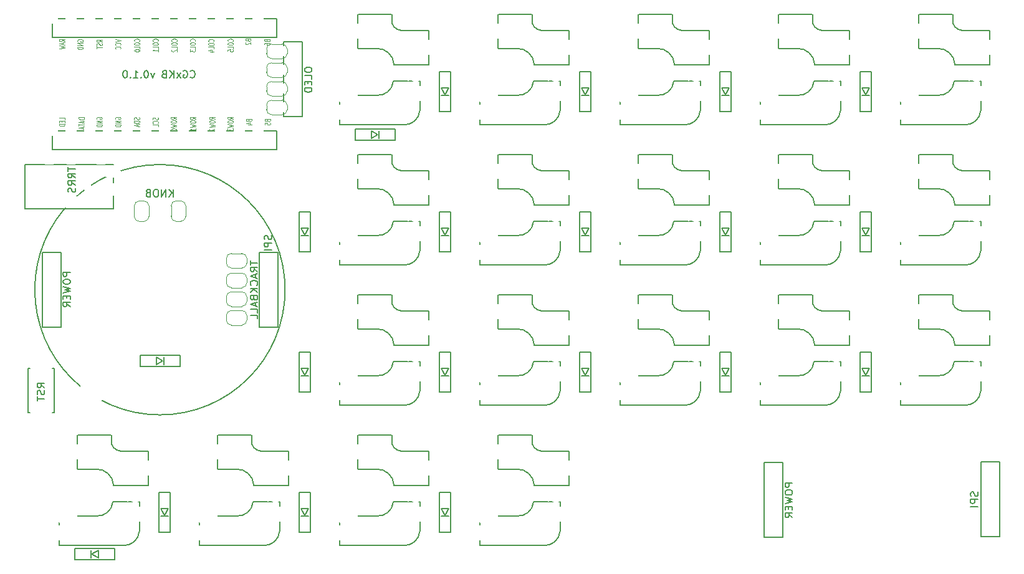
<source format=gbo>
G04 #@! TF.GenerationSoftware,KiCad,Pcbnew,(6.0.10)*
G04 #@! TF.CreationDate,2023-03-05T22:21:07-08:00*
G04 #@! TF.ProjectId,tsbym,74736279-6d2e-46b6-9963-61645f706362,rev?*
G04 #@! TF.SameCoordinates,Original*
G04 #@! TF.FileFunction,Legend,Bot*
G04 #@! TF.FilePolarity,Positive*
%FSLAX46Y46*%
G04 Gerber Fmt 4.6, Leading zero omitted, Abs format (unit mm)*
G04 Created by KiCad (PCBNEW (6.0.10)) date 2023-03-05 22:21:07*
%MOMM*%
%LPD*%
G01*
G04 APERTURE LIST*
G04 Aperture macros list*
%AMFreePoly0*
4,1,22,0.500000,-0.750000,0.000000,-0.750000,0.000000,-0.745033,-0.079941,-0.743568,-0.215256,-0.701293,-0.333266,-0.622738,-0.424486,-0.514219,-0.481581,-0.384460,-0.499164,-0.250000,-0.500000,-0.250000,-0.500000,0.250000,-0.499164,0.250000,-0.499963,0.256109,-0.478152,0.396186,-0.417904,0.524511,-0.324060,0.630769,-0.204165,0.706417,-0.067858,0.745374,0.000000,0.744959,0.000000,0.750000,
0.500000,0.750000,0.500000,-0.750000,0.500000,-0.750000,$1*%
%AMFreePoly1*
4,1,20,0.000000,0.744959,0.073905,0.744508,0.209726,0.703889,0.328688,0.626782,0.421226,0.519385,0.479903,0.390333,0.500000,0.250000,0.500000,-0.250000,0.499851,-0.262216,0.476331,-0.402017,0.414519,-0.529596,0.319384,-0.634700,0.198574,-0.708877,0.061801,-0.746166,0.000000,-0.745033,0.000000,-0.750000,-0.500000,-0.750000,-0.500000,0.750000,0.000000,0.750000,0.000000,0.744959,
0.000000,0.744959,$1*%
G04 Aperture macros list end*
%ADD10C,0.150000*%
%ADD11C,0.125000*%
%ADD12C,0.120000*%
%ADD13R,0.950000X1.300000*%
%ADD14R,1.397000X1.397000*%
%ADD15C,1.397000*%
%ADD16C,4.100000*%
%ADD17C,3.000000*%
%ADD18C,1.700000*%
%ADD19C,1.900000*%
%ADD20R,2.000000X2.000000*%
%ADD21R,1.900000X2.000000*%
%ADD22C,2.000000*%
%ADD23R,2.000000X3.200000*%
%ADD24R,1.300000X0.950000*%
%ADD25C,1.524000*%
%ADD26R,1.200000X1.200000*%
%ADD27C,1.200000*%
%ADD28C,4.300000*%
%ADD29C,0.300000*%
%ADD30O,2.500000X1.700000*%
%ADD31C,0.500000*%
%ADD32C,4.000000*%
%ADD33FreePoly0,180.000000*%
%ADD34FreePoly1,180.000000*%
%ADD35FreePoly0,90.000000*%
%ADD36FreePoly1,90.000000*%
G04 APERTURE END LIST*
D10*
X77960000Y-85090000D02*
G75*
G03*
X77960000Y-85090000I-17000000J0D01*
G01*
X62769523Y-72461380D02*
X62769523Y-71461380D01*
X62198095Y-72461380D02*
X62626666Y-71889952D01*
X62198095Y-71461380D02*
X62769523Y-72032809D01*
X61769523Y-72461380D02*
X61769523Y-71461380D01*
X61198095Y-72461380D01*
X61198095Y-71461380D01*
X60531428Y-71461380D02*
X60340952Y-71461380D01*
X60245714Y-71509000D01*
X60150476Y-71604238D01*
X60102857Y-71794714D01*
X60102857Y-72128047D01*
X60150476Y-72318523D01*
X60245714Y-72413761D01*
X60340952Y-72461380D01*
X60531428Y-72461380D01*
X60626666Y-72413761D01*
X60721904Y-72318523D01*
X60769523Y-72128047D01*
X60769523Y-71794714D01*
X60721904Y-71604238D01*
X60626666Y-71509000D01*
X60531428Y-71461380D01*
X59340952Y-71937571D02*
X59198095Y-71985190D01*
X59150476Y-72032809D01*
X59102857Y-72128047D01*
X59102857Y-72270904D01*
X59150476Y-72366142D01*
X59198095Y-72413761D01*
X59293333Y-72461380D01*
X59674285Y-72461380D01*
X59674285Y-71461380D01*
X59340952Y-71461380D01*
X59245714Y-71509000D01*
X59198095Y-71556619D01*
X59150476Y-71651857D01*
X59150476Y-71747095D01*
X59198095Y-71842333D01*
X59245714Y-71889952D01*
X59340952Y-71937571D01*
X59674285Y-71937571D01*
X73239380Y-81137619D02*
X73239380Y-81709047D01*
X74239380Y-81423333D02*
X73239380Y-81423333D01*
X74239380Y-82613809D02*
X73763190Y-82280476D01*
X74239380Y-82042380D02*
X73239380Y-82042380D01*
X73239380Y-82423333D01*
X73287000Y-82518571D01*
X73334619Y-82566190D01*
X73429857Y-82613809D01*
X73572714Y-82613809D01*
X73667952Y-82566190D01*
X73715571Y-82518571D01*
X73763190Y-82423333D01*
X73763190Y-82042380D01*
X73953666Y-82994761D02*
X73953666Y-83470952D01*
X74239380Y-82899523D02*
X73239380Y-83232857D01*
X74239380Y-83566190D01*
X74144142Y-84470952D02*
X74191761Y-84423333D01*
X74239380Y-84280476D01*
X74239380Y-84185238D01*
X74191761Y-84042380D01*
X74096523Y-83947142D01*
X74001285Y-83899523D01*
X73810809Y-83851904D01*
X73667952Y-83851904D01*
X73477476Y-83899523D01*
X73382238Y-83947142D01*
X73287000Y-84042380D01*
X73239380Y-84185238D01*
X73239380Y-84280476D01*
X73287000Y-84423333D01*
X73334619Y-84470952D01*
X74239380Y-84899523D02*
X73239380Y-84899523D01*
X74239380Y-85470952D02*
X73667952Y-85042380D01*
X73239380Y-85470952D02*
X73810809Y-84899523D01*
X73715571Y-86232857D02*
X73763190Y-86375714D01*
X73810809Y-86423333D01*
X73906047Y-86470952D01*
X74048904Y-86470952D01*
X74144142Y-86423333D01*
X74191761Y-86375714D01*
X74239380Y-86280476D01*
X74239380Y-85899523D01*
X73239380Y-85899523D01*
X73239380Y-86232857D01*
X73287000Y-86328095D01*
X73334619Y-86375714D01*
X73429857Y-86423333D01*
X73525095Y-86423333D01*
X73620333Y-86375714D01*
X73667952Y-86328095D01*
X73715571Y-86232857D01*
X73715571Y-85899523D01*
X73953666Y-86851904D02*
X73953666Y-87328095D01*
X74239380Y-86756666D02*
X73239380Y-87090000D01*
X74239380Y-87423333D01*
X74239380Y-88232857D02*
X74239380Y-87756666D01*
X73239380Y-87756666D01*
X74239380Y-89042380D02*
X74239380Y-88566190D01*
X73239380Y-88566190D01*
X65094903Y-56217225D02*
X65142522Y-56264844D01*
X65285379Y-56312463D01*
X65380618Y-56312463D01*
X65523475Y-56264844D01*
X65618713Y-56169606D01*
X65666332Y-56074368D01*
X65713951Y-55883892D01*
X65713951Y-55741035D01*
X65666332Y-55550559D01*
X65618713Y-55455321D01*
X65523475Y-55360083D01*
X65380618Y-55312463D01*
X65285379Y-55312463D01*
X65142522Y-55360083D01*
X65094903Y-55407702D01*
X64142522Y-55360083D02*
X64237760Y-55312463D01*
X64380618Y-55312463D01*
X64523475Y-55360083D01*
X64618713Y-55455321D01*
X64666332Y-55550559D01*
X64713951Y-55741035D01*
X64713951Y-55883892D01*
X64666332Y-56074368D01*
X64618713Y-56169606D01*
X64523475Y-56264844D01*
X64380618Y-56312463D01*
X64285379Y-56312463D01*
X64142522Y-56264844D01*
X64094903Y-56217225D01*
X64094903Y-55883892D01*
X64285379Y-55883892D01*
X63761570Y-56312463D02*
X63237760Y-55645797D01*
X63761570Y-55645797D02*
X63237760Y-56312463D01*
X62856808Y-56312463D02*
X62856808Y-55312463D01*
X62285379Y-56312463D02*
X62713951Y-55741035D01*
X62285379Y-55312463D02*
X62856808Y-55883892D01*
X61523475Y-55788654D02*
X61380618Y-55836273D01*
X61332999Y-55883892D01*
X61285379Y-55979130D01*
X61285379Y-56121987D01*
X61332999Y-56217225D01*
X61380618Y-56264844D01*
X61475856Y-56312463D01*
X61856808Y-56312463D01*
X61856808Y-55312463D01*
X61523475Y-55312463D01*
X61428237Y-55360083D01*
X61380618Y-55407702D01*
X61332999Y-55502940D01*
X61332999Y-55598178D01*
X61380618Y-55693416D01*
X61428237Y-55741035D01*
X61523475Y-55788654D01*
X61856808Y-55788654D01*
X60190141Y-55645797D02*
X59952046Y-56312463D01*
X59713951Y-55645797D01*
X59142522Y-55312463D02*
X59047284Y-55312463D01*
X58952046Y-55360083D01*
X58904427Y-55407702D01*
X58856808Y-55502940D01*
X58809189Y-55693416D01*
X58809189Y-55931511D01*
X58856808Y-56121987D01*
X58904427Y-56217225D01*
X58952046Y-56264844D01*
X59047284Y-56312463D01*
X59142522Y-56312463D01*
X59237760Y-56264844D01*
X59285379Y-56217225D01*
X59332999Y-56121987D01*
X59380618Y-55931511D01*
X59380618Y-55693416D01*
X59332999Y-55502940D01*
X59285379Y-55407702D01*
X59237760Y-55360083D01*
X59142522Y-55312463D01*
X58380618Y-56217225D02*
X58332999Y-56264844D01*
X58380618Y-56312463D01*
X58428237Y-56264844D01*
X58380618Y-56217225D01*
X58380618Y-56312463D01*
X57380618Y-56312463D02*
X57952046Y-56312463D01*
X57666332Y-56312463D02*
X57666332Y-55312463D01*
X57761570Y-55455321D01*
X57856808Y-55550559D01*
X57952046Y-55598178D01*
X56952046Y-56217225D02*
X56904427Y-56264844D01*
X56952046Y-56312463D01*
X56999665Y-56264844D01*
X56952046Y-56217225D01*
X56952046Y-56312463D01*
X56285379Y-55312463D02*
X56190141Y-55312463D01*
X56094903Y-55360083D01*
X56047284Y-55407702D01*
X55999665Y-55502940D01*
X55952046Y-55693416D01*
X55952046Y-55931511D01*
X55999665Y-56121987D01*
X56047284Y-56217225D01*
X56094903Y-56264844D01*
X56190141Y-56312463D01*
X56285379Y-56312463D01*
X56380618Y-56264844D01*
X56428237Y-56217225D01*
X56475856Y-56121987D01*
X56523475Y-55931511D01*
X56523475Y-55693416D01*
X56475856Y-55502940D01*
X56428237Y-55407702D01*
X56380618Y-55360083D01*
X56285379Y-55312463D01*
X80605380Y-55122619D02*
X80605380Y-55313095D01*
X80653000Y-55408333D01*
X80748238Y-55503571D01*
X80938714Y-55551190D01*
X81272047Y-55551190D01*
X81462523Y-55503571D01*
X81557761Y-55408333D01*
X81605380Y-55313095D01*
X81605380Y-55122619D01*
X81557761Y-55027380D01*
X81462523Y-54932142D01*
X81272047Y-54884523D01*
X80938714Y-54884523D01*
X80748238Y-54932142D01*
X80653000Y-55027380D01*
X80605380Y-55122619D01*
X81605380Y-56455952D02*
X81605380Y-55979761D01*
X80605380Y-55979761D01*
X81081571Y-56789285D02*
X81081571Y-57122619D01*
X81605380Y-57265476D02*
X81605380Y-56789285D01*
X80605380Y-56789285D01*
X80605380Y-57265476D01*
X81605380Y-57694047D02*
X80605380Y-57694047D01*
X80605380Y-57932142D01*
X80653000Y-58075000D01*
X80748238Y-58170238D01*
X80843476Y-58217857D01*
X81033952Y-58265476D01*
X81176809Y-58265476D01*
X81367285Y-58217857D01*
X81462523Y-58170238D01*
X81557761Y-58075000D01*
X81605380Y-57932142D01*
X81605380Y-57694047D01*
X76096761Y-77716190D02*
X76144380Y-77859047D01*
X76144380Y-78097142D01*
X76096761Y-78192380D01*
X76049142Y-78240000D01*
X75953904Y-78287619D01*
X75858666Y-78287619D01*
X75763428Y-78240000D01*
X75715809Y-78192380D01*
X75668190Y-78097142D01*
X75620571Y-77906666D01*
X75572952Y-77811428D01*
X75525333Y-77763809D01*
X75430095Y-77716190D01*
X75334857Y-77716190D01*
X75239619Y-77763809D01*
X75192000Y-77811428D01*
X75144380Y-77906666D01*
X75144380Y-78144761D01*
X75192000Y-78287619D01*
X76144380Y-78716190D02*
X75144380Y-78716190D01*
X75144380Y-79097142D01*
X75192000Y-79192380D01*
X75239619Y-79240000D01*
X75334857Y-79287619D01*
X75477714Y-79287619D01*
X75572952Y-79240000D01*
X75620571Y-79192380D01*
X75668190Y-79097142D01*
X75668190Y-78716190D01*
X76144380Y-79716190D02*
X75144380Y-79716190D01*
D11*
X54897785Y-51085833D02*
X55647785Y-51252500D01*
X54897785Y-51419166D01*
X55576357Y-51871547D02*
X55612071Y-51847738D01*
X55647785Y-51776309D01*
X55647785Y-51728690D01*
X55612071Y-51657261D01*
X55540642Y-51609642D01*
X55469214Y-51585833D01*
X55326357Y-51562023D01*
X55219214Y-51562023D01*
X55076357Y-51585833D01*
X55004928Y-51609642D01*
X54933500Y-51657261D01*
X54897785Y-51728690D01*
X54897785Y-51776309D01*
X54933500Y-51847738D01*
X54969214Y-51871547D01*
X55576357Y-52371547D02*
X55612071Y-52347738D01*
X55647785Y-52276309D01*
X55647785Y-52228690D01*
X55612071Y-52157261D01*
X55540642Y-52109642D01*
X55469214Y-52085833D01*
X55326357Y-52062023D01*
X55219214Y-52062023D01*
X55076357Y-52085833D01*
X55004928Y-52109642D01*
X54933500Y-52157261D01*
X54897785Y-52228690D01*
X54897785Y-52276309D01*
X54933500Y-52347738D01*
X54969214Y-52371547D01*
X68212857Y-51382380D02*
X68248571Y-51358571D01*
X68284285Y-51287142D01*
X68284285Y-51239523D01*
X68248571Y-51168095D01*
X68177142Y-51120476D01*
X68105714Y-51096666D01*
X67962857Y-51072857D01*
X67855714Y-51072857D01*
X67712857Y-51096666D01*
X67641428Y-51120476D01*
X67570000Y-51168095D01*
X67534285Y-51239523D01*
X67534285Y-51287142D01*
X67570000Y-51358571D01*
X67605714Y-51382380D01*
X67534285Y-51691904D02*
X67534285Y-51787142D01*
X67570000Y-51834761D01*
X67641428Y-51882380D01*
X67784285Y-51906190D01*
X68034285Y-51906190D01*
X68177142Y-51882380D01*
X68248571Y-51834761D01*
X68284285Y-51787142D01*
X68284285Y-51691904D01*
X68248571Y-51644285D01*
X68177142Y-51596666D01*
X68034285Y-51572857D01*
X67784285Y-51572857D01*
X67641428Y-51596666D01*
X67570000Y-51644285D01*
X67534285Y-51691904D01*
X68284285Y-52358571D02*
X68284285Y-52120476D01*
X67534285Y-52120476D01*
X67784285Y-52739523D02*
X68284285Y-52739523D01*
X67498571Y-52620476D02*
X68034285Y-52501428D01*
X68034285Y-52810952D01*
X48027785Y-51343761D02*
X47670642Y-51177095D01*
X48027785Y-51058047D02*
X47277785Y-51058047D01*
X47277785Y-51248523D01*
X47313500Y-51296142D01*
X47349214Y-51319952D01*
X47420642Y-51343761D01*
X47527785Y-51343761D01*
X47599214Y-51319952D01*
X47634928Y-51296142D01*
X47670642Y-51248523D01*
X47670642Y-51058047D01*
X47813500Y-51534238D02*
X47813500Y-51772333D01*
X48027785Y-51486619D02*
X47277785Y-51653285D01*
X48027785Y-51819952D01*
X47277785Y-51939000D02*
X48027785Y-52058047D01*
X47492071Y-52153285D01*
X48027785Y-52248523D01*
X47277785Y-52367571D01*
X68411285Y-61913547D02*
X68054142Y-61746880D01*
X68411285Y-61627833D02*
X67661285Y-61627833D01*
X67661285Y-61818309D01*
X67697000Y-61865928D01*
X67732714Y-61889738D01*
X67804142Y-61913547D01*
X67911285Y-61913547D01*
X67982714Y-61889738D01*
X68018428Y-61865928D01*
X68054142Y-61818309D01*
X68054142Y-61627833D01*
X67661285Y-62223071D02*
X67661285Y-62318309D01*
X67697000Y-62365928D01*
X67768428Y-62413547D01*
X67911285Y-62437357D01*
X68161285Y-62437357D01*
X68304142Y-62413547D01*
X68375571Y-62365928D01*
X68411285Y-62318309D01*
X68411285Y-62223071D01*
X68375571Y-62175452D01*
X68304142Y-62127833D01*
X68161285Y-62104023D01*
X67911285Y-62104023D01*
X67768428Y-62127833D01*
X67697000Y-62175452D01*
X67661285Y-62223071D01*
X67661285Y-62604023D02*
X68411285Y-62723071D01*
X67875571Y-62818309D01*
X68411285Y-62913547D01*
X67661285Y-63032595D01*
X67732714Y-63199261D02*
X67697000Y-63223071D01*
X67661285Y-63270690D01*
X67661285Y-63389738D01*
X67697000Y-63437357D01*
X67732714Y-63461166D01*
X67804142Y-63484976D01*
X67875571Y-63484976D01*
X67982714Y-63461166D01*
X68411285Y-63175452D01*
X68411285Y-63484976D01*
X60656357Y-51332380D02*
X60692071Y-51308571D01*
X60727785Y-51237142D01*
X60727785Y-51189523D01*
X60692071Y-51118095D01*
X60620642Y-51070476D01*
X60549214Y-51046666D01*
X60406357Y-51022857D01*
X60299214Y-51022857D01*
X60156357Y-51046666D01*
X60084928Y-51070476D01*
X60013500Y-51118095D01*
X59977785Y-51189523D01*
X59977785Y-51237142D01*
X60013500Y-51308571D01*
X60049214Y-51332380D01*
X59977785Y-51641904D02*
X59977785Y-51737142D01*
X60013500Y-51784761D01*
X60084928Y-51832380D01*
X60227785Y-51856190D01*
X60477785Y-51856190D01*
X60620642Y-51832380D01*
X60692071Y-51784761D01*
X60727785Y-51737142D01*
X60727785Y-51641904D01*
X60692071Y-51594285D01*
X60620642Y-51546666D01*
X60477785Y-51522857D01*
X60227785Y-51522857D01*
X60084928Y-51546666D01*
X60013500Y-51594285D01*
X59977785Y-51641904D01*
X60727785Y-52308571D02*
X60727785Y-52070476D01*
X59977785Y-52070476D01*
X60727785Y-52737142D02*
X60727785Y-52451428D01*
X60727785Y-52594285D02*
X59977785Y-52594285D01*
X60084928Y-52546666D01*
X60156357Y-52499047D01*
X60192071Y-52451428D01*
X60692071Y-61698261D02*
X60727785Y-61769690D01*
X60727785Y-61888738D01*
X60692071Y-61936357D01*
X60656357Y-61960166D01*
X60584928Y-61983976D01*
X60513500Y-61983976D01*
X60442071Y-61960166D01*
X60406357Y-61936357D01*
X60370642Y-61888738D01*
X60334928Y-61793500D01*
X60299214Y-61745880D01*
X60263500Y-61722071D01*
X60192071Y-61698261D01*
X60120642Y-61698261D01*
X60049214Y-61722071D01*
X60013500Y-61745880D01*
X59977785Y-61793500D01*
X59977785Y-61912547D01*
X60013500Y-61983976D01*
X60656357Y-62483976D02*
X60692071Y-62460166D01*
X60727785Y-62388738D01*
X60727785Y-62341119D01*
X60692071Y-62269690D01*
X60620642Y-62222071D01*
X60549214Y-62198261D01*
X60406357Y-62174452D01*
X60299214Y-62174452D01*
X60156357Y-62198261D01*
X60084928Y-62222071D01*
X60013500Y-62269690D01*
X59977785Y-62341119D01*
X59977785Y-62388738D01*
X60013500Y-62460166D01*
X60049214Y-62483976D01*
X60727785Y-62936357D02*
X60727785Y-62698261D01*
X59977785Y-62698261D01*
X58150857Y-51332380D02*
X58186571Y-51308571D01*
X58222285Y-51237142D01*
X58222285Y-51189523D01*
X58186571Y-51118095D01*
X58115142Y-51070476D01*
X58043714Y-51046666D01*
X57900857Y-51022857D01*
X57793714Y-51022857D01*
X57650857Y-51046666D01*
X57579428Y-51070476D01*
X57508000Y-51118095D01*
X57472285Y-51189523D01*
X57472285Y-51237142D01*
X57508000Y-51308571D01*
X57543714Y-51332380D01*
X57472285Y-51641904D02*
X57472285Y-51737142D01*
X57508000Y-51784761D01*
X57579428Y-51832380D01*
X57722285Y-51856190D01*
X57972285Y-51856190D01*
X58115142Y-51832380D01*
X58186571Y-51784761D01*
X58222285Y-51737142D01*
X58222285Y-51641904D01*
X58186571Y-51594285D01*
X58115142Y-51546666D01*
X57972285Y-51522857D01*
X57722285Y-51522857D01*
X57579428Y-51546666D01*
X57508000Y-51594285D01*
X57472285Y-51641904D01*
X58222285Y-52308571D02*
X58222285Y-52070476D01*
X57472285Y-52070476D01*
X57472285Y-52570476D02*
X57472285Y-52618095D01*
X57508000Y-52665714D01*
X57543714Y-52689523D01*
X57615142Y-52713333D01*
X57758000Y-52737142D01*
X57936571Y-52737142D01*
X58079428Y-52713333D01*
X58150857Y-52689523D01*
X58186571Y-52665714D01*
X58222285Y-52618095D01*
X58222285Y-52570476D01*
X58186571Y-52522857D01*
X58150857Y-52499047D01*
X58079428Y-52475238D01*
X57936571Y-52451428D01*
X57758000Y-52451428D01*
X57615142Y-52475238D01*
X57543714Y-52499047D01*
X57508000Y-52522857D01*
X57472285Y-52570476D01*
X72907928Y-51169119D02*
X72943642Y-51240547D01*
X72979357Y-51264357D01*
X73050785Y-51288166D01*
X73157928Y-51288166D01*
X73229357Y-51264357D01*
X73265071Y-51240547D01*
X73300785Y-51192928D01*
X73300785Y-51002452D01*
X72550785Y-51002452D01*
X72550785Y-51169119D01*
X72586500Y-51216738D01*
X72622214Y-51240547D01*
X72693642Y-51264357D01*
X72765071Y-51264357D01*
X72836500Y-51240547D01*
X72872214Y-51216738D01*
X72907928Y-51169119D01*
X72907928Y-51002452D01*
X72622214Y-51478642D02*
X72586500Y-51502452D01*
X72550785Y-51550071D01*
X72550785Y-51669119D01*
X72586500Y-51716738D01*
X72622214Y-51740547D01*
X72693642Y-51764357D01*
X72765071Y-51764357D01*
X72872214Y-51740547D01*
X73300785Y-51454833D01*
X73300785Y-51764357D01*
X50672285Y-61694500D02*
X49922285Y-61694500D01*
X49922285Y-61813547D01*
X49958000Y-61884976D01*
X50029428Y-61932595D01*
X50100857Y-61956404D01*
X50243714Y-61980214D01*
X50350857Y-61980214D01*
X50493714Y-61956404D01*
X50565142Y-61932595D01*
X50636571Y-61884976D01*
X50672285Y-61813547D01*
X50672285Y-61694500D01*
X50458000Y-62170690D02*
X50458000Y-62408785D01*
X50672285Y-62123071D02*
X49922285Y-62289738D01*
X50672285Y-62456404D01*
X49922285Y-62551642D02*
X49922285Y-62837357D01*
X50672285Y-62694500D02*
X49922285Y-62694500D01*
X50458000Y-62980214D02*
X50458000Y-63218309D01*
X50672285Y-62932595D02*
X49922285Y-63099261D01*
X50672285Y-63265928D01*
X49790000Y-51371547D02*
X49754285Y-51323928D01*
X49754285Y-51252500D01*
X49790000Y-51181071D01*
X49861428Y-51133452D01*
X49932857Y-51109642D01*
X50075714Y-51085833D01*
X50182857Y-51085833D01*
X50325714Y-51109642D01*
X50397142Y-51133452D01*
X50468571Y-51181071D01*
X50504285Y-51252500D01*
X50504285Y-51300119D01*
X50468571Y-51371547D01*
X50432857Y-51395357D01*
X50182857Y-51395357D01*
X50182857Y-51300119D01*
X50504285Y-51609642D02*
X49754285Y-51609642D01*
X50504285Y-51895357D01*
X49754285Y-51895357D01*
X50504285Y-52133452D02*
X49754285Y-52133452D01*
X49754285Y-52252500D01*
X49790000Y-52323928D01*
X49861428Y-52371547D01*
X49932857Y-52395357D01*
X50075714Y-52419166D01*
X50182857Y-52419166D01*
X50325714Y-52395357D01*
X50397142Y-52371547D01*
X50468571Y-52323928D01*
X50504285Y-52252500D01*
X50504285Y-52133452D01*
X58152071Y-61686357D02*
X58187785Y-61757785D01*
X58187785Y-61876833D01*
X58152071Y-61924452D01*
X58116357Y-61948261D01*
X58044928Y-61972071D01*
X57973500Y-61972071D01*
X57902071Y-61948261D01*
X57866357Y-61924452D01*
X57830642Y-61876833D01*
X57794928Y-61781595D01*
X57759214Y-61733976D01*
X57723500Y-61710166D01*
X57652071Y-61686357D01*
X57580642Y-61686357D01*
X57509214Y-61710166D01*
X57473500Y-61733976D01*
X57437785Y-61781595D01*
X57437785Y-61900642D01*
X57473500Y-61972071D01*
X58187785Y-62186357D02*
X57437785Y-62186357D01*
X57437785Y-62305404D01*
X57473500Y-62376833D01*
X57544928Y-62424452D01*
X57616357Y-62448261D01*
X57759214Y-62472071D01*
X57866357Y-62472071D01*
X58009214Y-62448261D01*
X58080642Y-62424452D01*
X58152071Y-62376833D01*
X58187785Y-62305404D01*
X58187785Y-62186357D01*
X57973500Y-62662547D02*
X57973500Y-62900642D01*
X58187785Y-62614928D02*
X57437785Y-62781595D01*
X58187785Y-62948261D01*
X75574928Y-62091119D02*
X75610642Y-62162547D01*
X75646357Y-62186357D01*
X75717785Y-62210166D01*
X75824928Y-62210166D01*
X75896357Y-62186357D01*
X75932071Y-62162547D01*
X75967785Y-62114928D01*
X75967785Y-61924452D01*
X75217785Y-61924452D01*
X75217785Y-62091119D01*
X75253500Y-62138738D01*
X75289214Y-62162547D01*
X75360642Y-62186357D01*
X75432071Y-62186357D01*
X75503500Y-62162547D01*
X75539214Y-62138738D01*
X75574928Y-62091119D01*
X75574928Y-61924452D01*
X75217785Y-62662547D02*
X75217785Y-62424452D01*
X75574928Y-62400642D01*
X75539214Y-62424452D01*
X75503500Y-62472071D01*
X75503500Y-62591119D01*
X75539214Y-62638738D01*
X75574928Y-62662547D01*
X75646357Y-62686357D01*
X75824928Y-62686357D01*
X75896357Y-62662547D01*
X75932071Y-62638738D01*
X75967785Y-62591119D01*
X75967785Y-62472071D01*
X75932071Y-62424452D01*
X75896357Y-62400642D01*
X63204285Y-61913547D02*
X62847142Y-61746880D01*
X63204285Y-61627833D02*
X62454285Y-61627833D01*
X62454285Y-61818309D01*
X62490000Y-61865928D01*
X62525714Y-61889738D01*
X62597142Y-61913547D01*
X62704285Y-61913547D01*
X62775714Y-61889738D01*
X62811428Y-61865928D01*
X62847142Y-61818309D01*
X62847142Y-61627833D01*
X62454285Y-62223071D02*
X62454285Y-62318309D01*
X62490000Y-62365928D01*
X62561428Y-62413547D01*
X62704285Y-62437357D01*
X62954285Y-62437357D01*
X63097142Y-62413547D01*
X63168571Y-62365928D01*
X63204285Y-62318309D01*
X63204285Y-62223071D01*
X63168571Y-62175452D01*
X63097142Y-62127833D01*
X62954285Y-62104023D01*
X62704285Y-62104023D01*
X62561428Y-62127833D01*
X62490000Y-62175452D01*
X62454285Y-62223071D01*
X62454285Y-62604023D02*
X63204285Y-62723071D01*
X62668571Y-62818309D01*
X63204285Y-62913547D01*
X62454285Y-63032595D01*
X62454285Y-63318309D02*
X62454285Y-63365928D01*
X62490000Y-63413547D01*
X62525714Y-63437357D01*
X62597142Y-63461166D01*
X62740000Y-63484976D01*
X62918571Y-63484976D01*
X63061428Y-63461166D01*
X63132857Y-63437357D01*
X63168571Y-63413547D01*
X63204285Y-63365928D01*
X63204285Y-63318309D01*
X63168571Y-63270690D01*
X63132857Y-63246880D01*
X63061428Y-63223071D01*
X62918571Y-63199261D01*
X62740000Y-63199261D01*
X62597142Y-63223071D01*
X62525714Y-63246880D01*
X62490000Y-63270690D01*
X62454285Y-63318309D01*
X65807785Y-61913547D02*
X65450642Y-61746880D01*
X65807785Y-61627833D02*
X65057785Y-61627833D01*
X65057785Y-61818309D01*
X65093500Y-61865928D01*
X65129214Y-61889738D01*
X65200642Y-61913547D01*
X65307785Y-61913547D01*
X65379214Y-61889738D01*
X65414928Y-61865928D01*
X65450642Y-61818309D01*
X65450642Y-61627833D01*
X65057785Y-62223071D02*
X65057785Y-62318309D01*
X65093500Y-62365928D01*
X65164928Y-62413547D01*
X65307785Y-62437357D01*
X65557785Y-62437357D01*
X65700642Y-62413547D01*
X65772071Y-62365928D01*
X65807785Y-62318309D01*
X65807785Y-62223071D01*
X65772071Y-62175452D01*
X65700642Y-62127833D01*
X65557785Y-62104023D01*
X65307785Y-62104023D01*
X65164928Y-62127833D01*
X65093500Y-62175452D01*
X65057785Y-62223071D01*
X65057785Y-62604023D02*
X65807785Y-62723071D01*
X65272071Y-62818309D01*
X65807785Y-62913547D01*
X65057785Y-63032595D01*
X65807785Y-63484976D02*
X65807785Y-63199261D01*
X65807785Y-63342119D02*
X65057785Y-63342119D01*
X65164928Y-63294500D01*
X65236357Y-63246880D01*
X65272071Y-63199261D01*
X75511428Y-51232619D02*
X75547142Y-51304047D01*
X75582857Y-51327857D01*
X75654285Y-51351666D01*
X75761428Y-51351666D01*
X75832857Y-51327857D01*
X75868571Y-51304047D01*
X75904285Y-51256428D01*
X75904285Y-51065952D01*
X75154285Y-51065952D01*
X75154285Y-51232619D01*
X75190000Y-51280238D01*
X75225714Y-51304047D01*
X75297142Y-51327857D01*
X75368571Y-51327857D01*
X75440000Y-51304047D01*
X75475714Y-51280238D01*
X75511428Y-51232619D01*
X75511428Y-51065952D01*
X75154285Y-51780238D02*
X75154285Y-51685000D01*
X75190000Y-51637380D01*
X75225714Y-51613571D01*
X75332857Y-51565952D01*
X75475714Y-51542142D01*
X75761428Y-51542142D01*
X75832857Y-51565952D01*
X75868571Y-51589761D01*
X75904285Y-51637380D01*
X75904285Y-51732619D01*
X75868571Y-51780238D01*
X75832857Y-51804047D01*
X75761428Y-51827857D01*
X75582857Y-51827857D01*
X75511428Y-51804047D01*
X75475714Y-51780238D01*
X75440000Y-51732619D01*
X75440000Y-51637380D01*
X75475714Y-51589761D01*
X75511428Y-51565952D01*
X75582857Y-51542142D01*
X54933500Y-61912547D02*
X54897785Y-61864928D01*
X54897785Y-61793500D01*
X54933500Y-61722071D01*
X55004928Y-61674452D01*
X55076357Y-61650642D01*
X55219214Y-61626833D01*
X55326357Y-61626833D01*
X55469214Y-61650642D01*
X55540642Y-61674452D01*
X55612071Y-61722071D01*
X55647785Y-61793500D01*
X55647785Y-61841119D01*
X55612071Y-61912547D01*
X55576357Y-61936357D01*
X55326357Y-61936357D01*
X55326357Y-61841119D01*
X55647785Y-62150642D02*
X54897785Y-62150642D01*
X55647785Y-62436357D01*
X54897785Y-62436357D01*
X55647785Y-62674452D02*
X54897785Y-62674452D01*
X54897785Y-62793500D01*
X54933500Y-62864928D01*
X55004928Y-62912547D01*
X55076357Y-62936357D01*
X55219214Y-62960166D01*
X55326357Y-62960166D01*
X55469214Y-62936357D01*
X55540642Y-62912547D01*
X55612071Y-62864928D01*
X55647785Y-62793500D01*
X55647785Y-62674452D01*
X70922285Y-61913547D02*
X70565142Y-61746880D01*
X70922285Y-61627833D02*
X70172285Y-61627833D01*
X70172285Y-61818309D01*
X70208000Y-61865928D01*
X70243714Y-61889738D01*
X70315142Y-61913547D01*
X70422285Y-61913547D01*
X70493714Y-61889738D01*
X70529428Y-61865928D01*
X70565142Y-61818309D01*
X70565142Y-61627833D01*
X70172285Y-62223071D02*
X70172285Y-62318309D01*
X70208000Y-62365928D01*
X70279428Y-62413547D01*
X70422285Y-62437357D01*
X70672285Y-62437357D01*
X70815142Y-62413547D01*
X70886571Y-62365928D01*
X70922285Y-62318309D01*
X70922285Y-62223071D01*
X70886571Y-62175452D01*
X70815142Y-62127833D01*
X70672285Y-62104023D01*
X70422285Y-62104023D01*
X70279428Y-62127833D01*
X70208000Y-62175452D01*
X70172285Y-62223071D01*
X70172285Y-62604023D02*
X70922285Y-62723071D01*
X70386571Y-62818309D01*
X70922285Y-62913547D01*
X70172285Y-63032595D01*
X70172285Y-63175452D02*
X70172285Y-63484976D01*
X70458000Y-63318309D01*
X70458000Y-63389738D01*
X70493714Y-63437357D01*
X70529428Y-63461166D01*
X70600857Y-63484976D01*
X70779428Y-63484976D01*
X70850857Y-63461166D01*
X70886571Y-63437357D01*
X70922285Y-63389738D01*
X70922285Y-63246880D01*
X70886571Y-63199261D01*
X70850857Y-63175452D01*
X52393500Y-61912547D02*
X52357785Y-61864928D01*
X52357785Y-61793500D01*
X52393500Y-61722071D01*
X52464928Y-61674452D01*
X52536357Y-61650642D01*
X52679214Y-61626833D01*
X52786357Y-61626833D01*
X52929214Y-61650642D01*
X53000642Y-61674452D01*
X53072071Y-61722071D01*
X53107785Y-61793500D01*
X53107785Y-61841119D01*
X53072071Y-61912547D01*
X53036357Y-61936357D01*
X52786357Y-61936357D01*
X52786357Y-61841119D01*
X53107785Y-62150642D02*
X52357785Y-62150642D01*
X53107785Y-62436357D01*
X52357785Y-62436357D01*
X53107785Y-62674452D02*
X52357785Y-62674452D01*
X52357785Y-62793500D01*
X52393500Y-62864928D01*
X52464928Y-62912547D01*
X52536357Y-62936357D01*
X52679214Y-62960166D01*
X52786357Y-62960166D01*
X52929214Y-62936357D01*
X53000642Y-62912547D01*
X53072071Y-62864928D01*
X53107785Y-62793500D01*
X53107785Y-62674452D01*
X53107785Y-51415190D02*
X52750642Y-51248523D01*
X53107785Y-51129476D02*
X52357785Y-51129476D01*
X52357785Y-51319952D01*
X52393500Y-51367571D01*
X52429214Y-51391380D01*
X52500642Y-51415190D01*
X52607785Y-51415190D01*
X52679214Y-51391380D01*
X52714928Y-51367571D01*
X52750642Y-51319952D01*
X52750642Y-51129476D01*
X53072071Y-51605666D02*
X53107785Y-51677095D01*
X53107785Y-51796142D01*
X53072071Y-51843761D01*
X53036357Y-51867571D01*
X52964928Y-51891380D01*
X52893500Y-51891380D01*
X52822071Y-51867571D01*
X52786357Y-51843761D01*
X52750642Y-51796142D01*
X52714928Y-51700904D01*
X52679214Y-51653285D01*
X52643500Y-51629476D01*
X52572071Y-51605666D01*
X52500642Y-51605666D01*
X52429214Y-51629476D01*
X52393500Y-51653285D01*
X52357785Y-51700904D01*
X52357785Y-51819952D01*
X52393500Y-51891380D01*
X52357785Y-52034238D02*
X52357785Y-52319952D01*
X53107785Y-52177095D02*
X52357785Y-52177095D01*
X73034928Y-62091119D02*
X73070642Y-62162547D01*
X73106357Y-62186357D01*
X73177785Y-62210166D01*
X73284928Y-62210166D01*
X73356357Y-62186357D01*
X73392071Y-62162547D01*
X73427785Y-62114928D01*
X73427785Y-61924452D01*
X72677785Y-61924452D01*
X72677785Y-62091119D01*
X72713500Y-62138738D01*
X72749214Y-62162547D01*
X72820642Y-62186357D01*
X72892071Y-62186357D01*
X72963500Y-62162547D01*
X72999214Y-62138738D01*
X73034928Y-62091119D01*
X73034928Y-61924452D01*
X72927785Y-62638738D02*
X73427785Y-62638738D01*
X72642071Y-62519690D02*
X73177785Y-62400642D01*
X73177785Y-62710166D01*
X70850857Y-51332380D02*
X70886571Y-51308571D01*
X70922285Y-51237142D01*
X70922285Y-51189523D01*
X70886571Y-51118095D01*
X70815142Y-51070476D01*
X70743714Y-51046666D01*
X70600857Y-51022857D01*
X70493714Y-51022857D01*
X70350857Y-51046666D01*
X70279428Y-51070476D01*
X70208000Y-51118095D01*
X70172285Y-51189523D01*
X70172285Y-51237142D01*
X70208000Y-51308571D01*
X70243714Y-51332380D01*
X70172285Y-51641904D02*
X70172285Y-51737142D01*
X70208000Y-51784761D01*
X70279428Y-51832380D01*
X70422285Y-51856190D01*
X70672285Y-51856190D01*
X70815142Y-51832380D01*
X70886571Y-51784761D01*
X70922285Y-51737142D01*
X70922285Y-51641904D01*
X70886571Y-51594285D01*
X70815142Y-51546666D01*
X70672285Y-51522857D01*
X70422285Y-51522857D01*
X70279428Y-51546666D01*
X70208000Y-51594285D01*
X70172285Y-51641904D01*
X70922285Y-52308571D02*
X70922285Y-52070476D01*
X70172285Y-52070476D01*
X70172285Y-52713333D02*
X70172285Y-52475238D01*
X70529428Y-52451428D01*
X70493714Y-52475238D01*
X70458000Y-52522857D01*
X70458000Y-52641904D01*
X70493714Y-52689523D01*
X70529428Y-52713333D01*
X70600857Y-52737142D01*
X70779428Y-52737142D01*
X70850857Y-52713333D01*
X70886571Y-52689523D01*
X70922285Y-52641904D01*
X70922285Y-52522857D01*
X70886571Y-52475238D01*
X70850857Y-52451428D01*
X65700857Y-51332380D02*
X65736571Y-51308571D01*
X65772285Y-51237142D01*
X65772285Y-51189523D01*
X65736571Y-51118095D01*
X65665142Y-51070476D01*
X65593714Y-51046666D01*
X65450857Y-51022857D01*
X65343714Y-51022857D01*
X65200857Y-51046666D01*
X65129428Y-51070476D01*
X65058000Y-51118095D01*
X65022285Y-51189523D01*
X65022285Y-51237142D01*
X65058000Y-51308571D01*
X65093714Y-51332380D01*
X65022285Y-51641904D02*
X65022285Y-51737142D01*
X65058000Y-51784761D01*
X65129428Y-51832380D01*
X65272285Y-51856190D01*
X65522285Y-51856190D01*
X65665142Y-51832380D01*
X65736571Y-51784761D01*
X65772285Y-51737142D01*
X65772285Y-51641904D01*
X65736571Y-51594285D01*
X65665142Y-51546666D01*
X65522285Y-51522857D01*
X65272285Y-51522857D01*
X65129428Y-51546666D01*
X65058000Y-51594285D01*
X65022285Y-51641904D01*
X65772285Y-52308571D02*
X65772285Y-52070476D01*
X65022285Y-52070476D01*
X65022285Y-52427619D02*
X65022285Y-52737142D01*
X65308000Y-52570476D01*
X65308000Y-52641904D01*
X65343714Y-52689523D01*
X65379428Y-52713333D01*
X65450857Y-52737142D01*
X65629428Y-52737142D01*
X65700857Y-52713333D01*
X65736571Y-52689523D01*
X65772285Y-52641904D01*
X65772285Y-52499047D01*
X65736571Y-52451428D01*
X65700857Y-52427619D01*
X48027785Y-61972071D02*
X48027785Y-61733976D01*
X47277785Y-61733976D01*
X47634928Y-62138738D02*
X47634928Y-62305404D01*
X48027785Y-62376833D02*
X48027785Y-62138738D01*
X47277785Y-62138738D01*
X47277785Y-62376833D01*
X48027785Y-62591119D02*
X47277785Y-62591119D01*
X47277785Y-62710166D01*
X47313500Y-62781595D01*
X47384928Y-62829214D01*
X47456357Y-62853023D01*
X47599214Y-62876833D01*
X47706357Y-62876833D01*
X47849214Y-62853023D01*
X47920642Y-62829214D01*
X47992071Y-62781595D01*
X48027785Y-62710166D01*
X48027785Y-62591119D01*
D10*
D11*
X63200857Y-51332380D02*
X63236571Y-51308571D01*
X63272285Y-51237142D01*
X63272285Y-51189523D01*
X63236571Y-51118095D01*
X63165142Y-51070476D01*
X63093714Y-51046666D01*
X62950857Y-51022857D01*
X62843714Y-51022857D01*
X62700857Y-51046666D01*
X62629428Y-51070476D01*
X62558000Y-51118095D01*
X62522285Y-51189523D01*
X62522285Y-51237142D01*
X62558000Y-51308571D01*
X62593714Y-51332380D01*
X62522285Y-51641904D02*
X62522285Y-51737142D01*
X62558000Y-51784761D01*
X62629428Y-51832380D01*
X62772285Y-51856190D01*
X63022285Y-51856190D01*
X63165142Y-51832380D01*
X63236571Y-51784761D01*
X63272285Y-51737142D01*
X63272285Y-51641904D01*
X63236571Y-51594285D01*
X63165142Y-51546666D01*
X63022285Y-51522857D01*
X62772285Y-51522857D01*
X62629428Y-51546666D01*
X62558000Y-51594285D01*
X62522285Y-51641904D01*
X63272285Y-52308571D02*
X63272285Y-52070476D01*
X62522285Y-52070476D01*
X62593714Y-52451428D02*
X62558000Y-52475238D01*
X62522285Y-52522857D01*
X62522285Y-52641904D01*
X62558000Y-52689523D01*
X62593714Y-52713333D01*
X62665142Y-52737142D01*
X62736571Y-52737142D01*
X62843714Y-52713333D01*
X63272285Y-52427619D01*
X63272285Y-52737142D01*
D10*
X146883380Y-111355476D02*
X145883380Y-111355476D01*
X145883380Y-111736428D01*
X145931000Y-111831666D01*
X145978619Y-111879285D01*
X146073857Y-111926904D01*
X146216714Y-111926904D01*
X146311952Y-111879285D01*
X146359571Y-111831666D01*
X146407190Y-111736428D01*
X146407190Y-111355476D01*
X145883380Y-112545952D02*
X145883380Y-112736428D01*
X145931000Y-112831666D01*
X146026238Y-112926904D01*
X146216714Y-112974523D01*
X146550047Y-112974523D01*
X146740523Y-112926904D01*
X146835761Y-112831666D01*
X146883380Y-112736428D01*
X146883380Y-112545952D01*
X146835761Y-112450714D01*
X146740523Y-112355476D01*
X146550047Y-112307857D01*
X146216714Y-112307857D01*
X146026238Y-112355476D01*
X145931000Y-112450714D01*
X145883380Y-112545952D01*
X145883380Y-113307857D02*
X146883380Y-113545952D01*
X146169095Y-113736428D01*
X146883380Y-113926904D01*
X145883380Y-114165000D01*
X146359571Y-114545952D02*
X146359571Y-114879285D01*
X146883380Y-115022142D02*
X146883380Y-114545952D01*
X145883380Y-114545952D01*
X145883380Y-115022142D01*
X146883380Y-116022142D02*
X146407190Y-115688809D01*
X146883380Y-115450714D02*
X145883380Y-115450714D01*
X145883380Y-115831666D01*
X145931000Y-115926904D01*
X145978619Y-115974523D01*
X146073857Y-116022142D01*
X146216714Y-116022142D01*
X146311952Y-115974523D01*
X146359571Y-115926904D01*
X146407190Y-115831666D01*
X146407190Y-115450714D01*
X48487880Y-68419595D02*
X48487880Y-68991023D01*
X49487880Y-68705309D02*
X48487880Y-68705309D01*
X49487880Y-69895785D02*
X49011690Y-69562452D01*
X49487880Y-69324357D02*
X48487880Y-69324357D01*
X48487880Y-69705309D01*
X48535500Y-69800547D01*
X48583119Y-69848166D01*
X48678357Y-69895785D01*
X48821214Y-69895785D01*
X48916452Y-69848166D01*
X48964071Y-69800547D01*
X49011690Y-69705309D01*
X49011690Y-69324357D01*
X49487880Y-70895785D02*
X49011690Y-70562452D01*
X49487880Y-70324357D02*
X48487880Y-70324357D01*
X48487880Y-70705309D01*
X48535500Y-70800547D01*
X48583119Y-70848166D01*
X48678357Y-70895785D01*
X48821214Y-70895785D01*
X48916452Y-70848166D01*
X48964071Y-70800547D01*
X49011690Y-70705309D01*
X49011690Y-70324357D01*
X49440261Y-71276738D02*
X49487880Y-71419595D01*
X49487880Y-71657690D01*
X49440261Y-71752928D01*
X49392642Y-71800547D01*
X49297404Y-71848166D01*
X49202166Y-71848166D01*
X49106928Y-71800547D01*
X49059309Y-71752928D01*
X49011690Y-71657690D01*
X48964071Y-71467214D01*
X48916452Y-71371976D01*
X48868833Y-71324357D01*
X48773595Y-71276738D01*
X48678357Y-71276738D01*
X48583119Y-71324357D01*
X48535500Y-71371976D01*
X48487880Y-71467214D01*
X48487880Y-71705309D01*
X48535500Y-71848166D01*
X45283380Y-98385380D02*
X44807190Y-98052047D01*
X45283380Y-97813952D02*
X44283380Y-97813952D01*
X44283380Y-98194904D01*
X44331000Y-98290142D01*
X44378619Y-98337761D01*
X44473857Y-98385380D01*
X44616714Y-98385380D01*
X44711952Y-98337761D01*
X44759571Y-98290142D01*
X44807190Y-98194904D01*
X44807190Y-97813952D01*
X45235761Y-98766333D02*
X45283380Y-98909190D01*
X45283380Y-99147285D01*
X45235761Y-99242523D01*
X45188142Y-99290142D01*
X45092904Y-99337761D01*
X44997666Y-99337761D01*
X44902428Y-99290142D01*
X44854809Y-99242523D01*
X44807190Y-99147285D01*
X44759571Y-98956809D01*
X44711952Y-98861571D01*
X44664333Y-98813952D01*
X44569095Y-98766333D01*
X44473857Y-98766333D01*
X44378619Y-98813952D01*
X44331000Y-98861571D01*
X44283380Y-98956809D01*
X44283380Y-99194904D01*
X44331000Y-99337761D01*
X44283380Y-99623476D02*
X44283380Y-100194904D01*
X45283380Y-99909190D02*
X44283380Y-99909190D01*
X172040761Y-112574190D02*
X172088380Y-112717047D01*
X172088380Y-112955142D01*
X172040761Y-113050380D01*
X171993142Y-113098000D01*
X171897904Y-113145619D01*
X171802666Y-113145619D01*
X171707428Y-113098000D01*
X171659809Y-113050380D01*
X171612190Y-112955142D01*
X171564571Y-112764666D01*
X171516952Y-112669428D01*
X171469333Y-112621809D01*
X171374095Y-112574190D01*
X171278857Y-112574190D01*
X171183619Y-112621809D01*
X171136000Y-112669428D01*
X171088380Y-112764666D01*
X171088380Y-113002761D01*
X171136000Y-113145619D01*
X172088380Y-113574190D02*
X171088380Y-113574190D01*
X171088380Y-113955142D01*
X171136000Y-114050380D01*
X171183619Y-114098000D01*
X171278857Y-114145619D01*
X171421714Y-114145619D01*
X171516952Y-114098000D01*
X171564571Y-114050380D01*
X171612190Y-113955142D01*
X171612190Y-113574190D01*
X172088380Y-114574190D02*
X171088380Y-114574190D01*
X48780380Y-82720476D02*
X47780380Y-82720476D01*
X47780380Y-83101428D01*
X47828000Y-83196666D01*
X47875619Y-83244285D01*
X47970857Y-83291904D01*
X48113714Y-83291904D01*
X48208952Y-83244285D01*
X48256571Y-83196666D01*
X48304190Y-83101428D01*
X48304190Y-82720476D01*
X47780380Y-83910952D02*
X47780380Y-84101428D01*
X47828000Y-84196666D01*
X47923238Y-84291904D01*
X48113714Y-84339523D01*
X48447047Y-84339523D01*
X48637523Y-84291904D01*
X48732761Y-84196666D01*
X48780380Y-84101428D01*
X48780380Y-83910952D01*
X48732761Y-83815714D01*
X48637523Y-83720476D01*
X48447047Y-83672857D01*
X48113714Y-83672857D01*
X47923238Y-83720476D01*
X47828000Y-83815714D01*
X47780380Y-83910952D01*
X47780380Y-84672857D02*
X48780380Y-84910952D01*
X48066095Y-85101428D01*
X48780380Y-85291904D01*
X47780380Y-85530000D01*
X48256571Y-85910952D02*
X48256571Y-86244285D01*
X48780380Y-86387142D02*
X48780380Y-85910952D01*
X47780380Y-85910952D01*
X47780380Y-86387142D01*
X48780380Y-87387142D02*
X48304190Y-87053809D01*
X48780380Y-86815714D02*
X47780380Y-86815714D01*
X47780380Y-87196666D01*
X47828000Y-87291904D01*
X47875619Y-87339523D01*
X47970857Y-87387142D01*
X48113714Y-87387142D01*
X48208952Y-87339523D01*
X48256571Y-87291904D01*
X48304190Y-87196666D01*
X48304190Y-86815714D01*
X138545000Y-55466000D02*
X137045000Y-55466000D01*
X137295000Y-57666000D02*
X138295000Y-57666000D01*
X137795000Y-58566000D02*
X137295000Y-57666000D01*
X137045000Y-60866000D02*
X138545000Y-60866000D01*
X137295000Y-58666000D02*
X138295000Y-58666000D01*
X137045000Y-55466000D02*
X137045000Y-60866000D01*
X138545000Y-60866000D02*
X138545000Y-55466000D01*
X138295000Y-57666000D02*
X137795000Y-58566000D01*
X81395000Y-93566000D02*
X79895000Y-93566000D01*
X79895000Y-93566000D02*
X79895000Y-98966000D01*
X81395000Y-98966000D02*
X81395000Y-93566000D01*
X80645000Y-96666000D02*
X80145000Y-95766000D01*
X80145000Y-96766000D02*
X81145000Y-96766000D01*
X79895000Y-98966000D02*
X81395000Y-98966000D01*
X80145000Y-95766000D02*
X81145000Y-95766000D01*
X81145000Y-95766000D02*
X80645000Y-96666000D01*
X77724000Y-61595000D02*
X77724000Y-51435000D01*
X77724000Y-51435000D02*
X80264000Y-51435000D01*
X80264000Y-61595000D02*
X77724000Y-61595000D01*
X80264000Y-51435000D02*
X80264000Y-61595000D01*
X156845000Y-77616000D02*
X156345000Y-76716000D01*
X157595000Y-79916000D02*
X157595000Y-74516000D01*
X156345000Y-76716000D02*
X157345000Y-76716000D01*
X157345000Y-76716000D02*
X156845000Y-77616000D01*
X157595000Y-74516000D02*
X156095000Y-74516000D01*
X156095000Y-74516000D02*
X156095000Y-79916000D01*
X156095000Y-79916000D02*
X157595000Y-79916000D01*
X156345000Y-77716000D02*
X157345000Y-77716000D01*
X74422000Y-80010000D02*
X76962000Y-80010000D01*
X76962000Y-90170000D02*
X74422000Y-90170000D01*
X74422000Y-90170000D02*
X74422000Y-80010000D01*
X76962000Y-80010000D02*
X76962000Y-90170000D01*
X164095000Y-90405000D02*
X166645000Y-90405000D01*
X161570000Y-100784000D02*
X170195000Y-100784000D01*
X161570000Y-96876000D02*
X161570000Y-100784000D01*
X164095000Y-85755000D02*
X168645000Y-85755000D01*
X164070000Y-90380000D02*
X164070000Y-85780000D01*
X168650000Y-86480000D02*
X168650000Y-85780000D01*
X172470000Y-94876000D02*
X168860000Y-94876000D01*
X161570000Y-96830000D02*
X166620000Y-96784000D01*
X173645000Y-92580000D02*
X173670000Y-87980000D01*
X168945000Y-92605000D02*
X173645000Y-92605000D01*
X172470000Y-98830000D02*
X172470000Y-94885000D01*
X169870000Y-87955000D02*
X173645000Y-87955000D01*
X168940000Y-92580000D02*
G75*
G03*
X166570000Y-90410000I-2270000J-100000D01*
G01*
X170195000Y-100784000D02*
G75*
G03*
X172459000Y-98900000I190000J2074000D01*
G01*
X168650000Y-86530000D02*
G75*
G03*
X169870000Y-87950000I1320000J-100000D01*
G01*
X166595000Y-96780000D02*
G75*
G03*
X168855000Y-94900000I190000J2070000D01*
G01*
X145020000Y-52280000D02*
X145020000Y-47680000D01*
X142520000Y-58776000D02*
X142520000Y-62684000D01*
X154595000Y-54480000D02*
X154620000Y-49880000D01*
X142520000Y-58730000D02*
X147570000Y-58684000D01*
X145045000Y-47655000D02*
X149595000Y-47655000D01*
X153420000Y-56776000D02*
X149810000Y-56776000D01*
X150820000Y-49855000D02*
X154595000Y-49855000D01*
X149600000Y-48380000D02*
X149600000Y-47680000D01*
X149895000Y-54505000D02*
X154595000Y-54505000D01*
X153420000Y-60730000D02*
X153420000Y-56785000D01*
X142520000Y-62684000D02*
X151145000Y-62684000D01*
X145045000Y-52305000D02*
X147595000Y-52305000D01*
X149600000Y-48430000D02*
G75*
G03*
X150820000Y-49850000I1320000J-100000D01*
G01*
X149890000Y-54480000D02*
G75*
G03*
X147520000Y-52310000I-2270000J-100000D01*
G01*
X147545000Y-58680000D02*
G75*
G03*
X149805000Y-56800000I190000J2070000D01*
G01*
X151145000Y-62684000D02*
G75*
G03*
X153409000Y-60800000I190000J2074000D01*
G01*
X123470000Y-58730000D02*
X128520000Y-58684000D01*
X130845000Y-54505000D02*
X135545000Y-54505000D01*
X134370000Y-60730000D02*
X134370000Y-56785000D01*
X125970000Y-52280000D02*
X125970000Y-47680000D01*
X123470000Y-62684000D02*
X132095000Y-62684000D01*
X135545000Y-54480000D02*
X135570000Y-49880000D01*
X134370000Y-56776000D02*
X130760000Y-56776000D01*
X125995000Y-52305000D02*
X128545000Y-52305000D01*
X123470000Y-58776000D02*
X123470000Y-62684000D01*
X125995000Y-47655000D02*
X130545000Y-47655000D01*
X130550000Y-48380000D02*
X130550000Y-47680000D01*
X131770000Y-49855000D02*
X135545000Y-49855000D01*
X130840000Y-54480000D02*
G75*
G03*
X128470000Y-52310000I-2270000J-100000D01*
G01*
X132095000Y-62684000D02*
G75*
G03*
X134359000Y-60800000I190000J2074000D01*
G01*
X130550000Y-48430000D02*
G75*
G03*
X131770000Y-49850000I1320000J-100000D01*
G01*
X128495000Y-58680000D02*
G75*
G03*
X130755000Y-56800000I190000J2070000D01*
G01*
X100445000Y-112616000D02*
X98945000Y-112616000D01*
X99195000Y-114816000D02*
X100195000Y-114816000D01*
X100445000Y-118016000D02*
X100445000Y-112616000D01*
X99695000Y-115716000D02*
X99195000Y-114816000D01*
X99195000Y-115816000D02*
X100195000Y-115816000D01*
X100195000Y-114816000D02*
X99695000Y-115716000D01*
X98945000Y-112616000D02*
X98945000Y-118016000D01*
X98945000Y-118016000D02*
X100445000Y-118016000D01*
X51670000Y-121031000D02*
X52570000Y-120531000D01*
X54770000Y-121781000D02*
X54770000Y-120281000D01*
X52570000Y-121531000D02*
X51670000Y-121031000D01*
X51570000Y-120531000D02*
X51570000Y-121531000D01*
X52570000Y-120531000D02*
X52570000Y-121531000D01*
X54770000Y-120281000D02*
X49370000Y-120281000D01*
X49370000Y-121781000D02*
X54770000Y-121781000D01*
X49370000Y-120281000D02*
X49370000Y-121781000D01*
X76835000Y-63500000D02*
X76835000Y-66040000D01*
X76835000Y-48260000D02*
X76835000Y-50800000D01*
X46355000Y-50800000D02*
X46355000Y-48260000D01*
X76835000Y-50800000D02*
X46355000Y-50800000D01*
X46355000Y-48260000D02*
X76835000Y-48260000D01*
X46355000Y-66040000D02*
X46355000Y-63500000D01*
X46355000Y-63500000D02*
X76835000Y-63500000D01*
X76835000Y-66040000D02*
X46355000Y-66040000D01*
X145542000Y-108585000D02*
X145542000Y-118745000D01*
X143002000Y-118745000D02*
X143002000Y-108585000D01*
X145542000Y-118745000D02*
X143002000Y-118745000D01*
X143002000Y-108585000D02*
X145542000Y-108585000D01*
X96270000Y-117880000D02*
X96270000Y-113935000D01*
X96270000Y-113926000D02*
X92660000Y-113926000D01*
X93670000Y-107005000D02*
X97445000Y-107005000D01*
X85370000Y-119834000D02*
X93995000Y-119834000D01*
X85370000Y-115926000D02*
X85370000Y-119834000D01*
X87895000Y-104805000D02*
X92445000Y-104805000D01*
X87895000Y-109455000D02*
X90445000Y-109455000D01*
X87870000Y-109430000D02*
X87870000Y-104830000D01*
X97445000Y-111630000D02*
X97470000Y-107030000D01*
X85370000Y-115880000D02*
X90420000Y-115834000D01*
X92450000Y-105530000D02*
X92450000Y-104830000D01*
X92745000Y-111655000D02*
X97445000Y-111655000D01*
X92740000Y-111630000D02*
G75*
G03*
X90370000Y-109460000I-2270000J-100000D01*
G01*
X90395000Y-115830000D02*
G75*
G03*
X92655000Y-113950000I190000J2070000D01*
G01*
X92450000Y-105580000D02*
G75*
G03*
X93670000Y-107000000I1320000J-100000D01*
G01*
X93995000Y-119834000D02*
G75*
G03*
X96259000Y-117950000I190000J2074000D01*
G01*
X100445000Y-74516000D02*
X98945000Y-74516000D01*
X99695000Y-77616000D02*
X99195000Y-76716000D01*
X98945000Y-79916000D02*
X100445000Y-79916000D01*
X99195000Y-76716000D02*
X100195000Y-76716000D01*
X98945000Y-74516000D02*
X98945000Y-79916000D01*
X100195000Y-76716000D02*
X99695000Y-77616000D01*
X99195000Y-77716000D02*
X100195000Y-77716000D01*
X100445000Y-79916000D02*
X100445000Y-74516000D01*
X125970000Y-90380000D02*
X125970000Y-85780000D01*
X123470000Y-100784000D02*
X132095000Y-100784000D01*
X130845000Y-92605000D02*
X135545000Y-92605000D01*
X123470000Y-96876000D02*
X123470000Y-100784000D01*
X125995000Y-90405000D02*
X128545000Y-90405000D01*
X123470000Y-96830000D02*
X128520000Y-96784000D01*
X131770000Y-87955000D02*
X135545000Y-87955000D01*
X130550000Y-86480000D02*
X130550000Y-85780000D01*
X134370000Y-98830000D02*
X134370000Y-94885000D01*
X135545000Y-92580000D02*
X135570000Y-87980000D01*
X134370000Y-94876000D02*
X130760000Y-94876000D01*
X125995000Y-85755000D02*
X130545000Y-85755000D01*
X128495000Y-96780000D02*
G75*
G03*
X130755000Y-94900000I190000J2070000D01*
G01*
X130550000Y-86530000D02*
G75*
G03*
X131770000Y-87950000I1320000J-100000D01*
G01*
X130840000Y-92580000D02*
G75*
G03*
X128470000Y-90410000I-2270000J-100000D01*
G01*
X132095000Y-100784000D02*
G75*
G03*
X134359000Y-98900000I190000J2074000D01*
G01*
X58170000Y-117880000D02*
X58170000Y-113935000D01*
X47270000Y-119834000D02*
X55895000Y-119834000D01*
X54350000Y-105530000D02*
X54350000Y-104830000D01*
X47270000Y-115880000D02*
X52320000Y-115834000D01*
X58170000Y-113926000D02*
X54560000Y-113926000D01*
X54645000Y-111655000D02*
X59345000Y-111655000D01*
X49770000Y-109430000D02*
X49770000Y-104830000D01*
X47270000Y-115926000D02*
X47270000Y-119834000D01*
X59345000Y-111630000D02*
X59370000Y-107030000D01*
X55570000Y-107005000D02*
X59345000Y-107005000D01*
X49795000Y-109455000D02*
X52345000Y-109455000D01*
X49795000Y-104805000D02*
X54345000Y-104805000D01*
X54640000Y-111630000D02*
G75*
G03*
X52270000Y-109460000I-2270000J-100000D01*
G01*
X54350000Y-105580000D02*
G75*
G03*
X55570000Y-107000000I1320000J-100000D01*
G01*
X55895000Y-119834000D02*
G75*
G03*
X58159000Y-117950000I190000J2074000D01*
G01*
X52295000Y-115830000D02*
G75*
G03*
X54555000Y-113950000I190000J2070000D01*
G01*
X98945000Y-93566000D02*
X98945000Y-98966000D01*
X98945000Y-98966000D02*
X100445000Y-98966000D01*
X99695000Y-96666000D02*
X99195000Y-95766000D01*
X100445000Y-93566000D02*
X98945000Y-93566000D01*
X99195000Y-96766000D02*
X100195000Y-96766000D01*
X100445000Y-98966000D02*
X100445000Y-93566000D01*
X99195000Y-95766000D02*
X100195000Y-95766000D01*
X100195000Y-95766000D02*
X99695000Y-96666000D01*
X118245000Y-58666000D02*
X119245000Y-58666000D01*
X119495000Y-60866000D02*
X119495000Y-55466000D01*
X117995000Y-55466000D02*
X117995000Y-60866000D01*
X117995000Y-60866000D02*
X119495000Y-60866000D01*
X119245000Y-57666000D02*
X118745000Y-58566000D01*
X118745000Y-58566000D02*
X118245000Y-57666000D01*
X118245000Y-57666000D02*
X119245000Y-57666000D01*
X119495000Y-55466000D02*
X117995000Y-55466000D01*
X161570000Y-81734000D02*
X170195000Y-81734000D01*
X161570000Y-77826000D02*
X161570000Y-81734000D01*
X168945000Y-73555000D02*
X173645000Y-73555000D01*
X164070000Y-71330000D02*
X164070000Y-66730000D01*
X164095000Y-71355000D02*
X166645000Y-71355000D01*
X161570000Y-77780000D02*
X166620000Y-77734000D01*
X169870000Y-68905000D02*
X173645000Y-68905000D01*
X164095000Y-66705000D02*
X168645000Y-66705000D01*
X173645000Y-73530000D02*
X173670000Y-68930000D01*
X172470000Y-75826000D02*
X168860000Y-75826000D01*
X172470000Y-79780000D02*
X172470000Y-75835000D01*
X168650000Y-67430000D02*
X168650000Y-66730000D01*
X168650000Y-67480000D02*
G75*
G03*
X169870000Y-68900000I1320000J-100000D01*
G01*
X170195000Y-81734000D02*
G75*
G03*
X172459000Y-79850000I190000J2074000D01*
G01*
X166595000Y-77730000D02*
G75*
G03*
X168855000Y-75850000I190000J2070000D01*
G01*
X168940000Y-73530000D02*
G75*
G03*
X166570000Y-71360000I-2270000J-100000D01*
G01*
X92870000Y-64758000D02*
X92870000Y-63258000D01*
X90570000Y-64008000D02*
X89670000Y-64508000D01*
X90670000Y-64508000D02*
X90670000Y-63508000D01*
X92870000Y-63258000D02*
X87470000Y-63258000D01*
X89670000Y-64508000D02*
X89670000Y-63508000D01*
X87470000Y-64758000D02*
X92870000Y-64758000D01*
X89670000Y-63508000D02*
X90570000Y-64008000D01*
X87470000Y-63258000D02*
X87470000Y-64758000D01*
X125995000Y-71355000D02*
X128545000Y-71355000D01*
X131770000Y-68905000D02*
X135545000Y-68905000D01*
X135545000Y-73530000D02*
X135570000Y-68930000D01*
X123470000Y-77826000D02*
X123470000Y-81734000D01*
X125995000Y-66705000D02*
X130545000Y-66705000D01*
X130845000Y-73555000D02*
X135545000Y-73555000D01*
X125970000Y-71330000D02*
X125970000Y-66730000D01*
X134370000Y-75826000D02*
X130760000Y-75826000D01*
X134370000Y-79780000D02*
X134370000Y-75835000D01*
X123470000Y-81734000D02*
X132095000Y-81734000D01*
X130550000Y-67430000D02*
X130550000Y-66730000D01*
X123470000Y-77780000D02*
X128520000Y-77734000D01*
X132095000Y-81734000D02*
G75*
G03*
X134359000Y-79850000I190000J2074000D01*
G01*
X130840000Y-73530000D02*
G75*
G03*
X128470000Y-71360000I-2270000J-100000D01*
G01*
X130550000Y-67480000D02*
G75*
G03*
X131770000Y-68900000I1320000J-100000D01*
G01*
X128495000Y-77730000D02*
G75*
G03*
X130755000Y-75850000I190000J2070000D01*
G01*
X42622000Y-74106000D02*
X42622000Y-68106000D01*
X54622000Y-74106000D02*
X42622000Y-74106000D01*
X42622000Y-68106000D02*
X54622000Y-68106000D01*
X54622000Y-68106000D02*
X54622000Y-74106000D01*
X119495000Y-79916000D02*
X119495000Y-74516000D01*
X118245000Y-77716000D02*
X119245000Y-77716000D01*
X118745000Y-77616000D02*
X118245000Y-76716000D01*
X117995000Y-79916000D02*
X119495000Y-79916000D01*
X117995000Y-74516000D02*
X117995000Y-79916000D01*
X119495000Y-74516000D02*
X117995000Y-74516000D01*
X119245000Y-76716000D02*
X118745000Y-77616000D01*
X118245000Y-76716000D02*
X119245000Y-76716000D01*
X104420000Y-77780000D02*
X109470000Y-77734000D01*
X106945000Y-71355000D02*
X109495000Y-71355000D01*
X111500000Y-67430000D02*
X111500000Y-66730000D01*
X116495000Y-73530000D02*
X116520000Y-68930000D01*
X106920000Y-71330000D02*
X106920000Y-66730000D01*
X104420000Y-77826000D02*
X104420000Y-81734000D01*
X115320000Y-79780000D02*
X115320000Y-75835000D01*
X106945000Y-66705000D02*
X111495000Y-66705000D01*
X104420000Y-81734000D02*
X113045000Y-81734000D01*
X112720000Y-68905000D02*
X116495000Y-68905000D01*
X115320000Y-75826000D02*
X111710000Y-75826000D01*
X111795000Y-73555000D02*
X116495000Y-73555000D01*
X113045000Y-81734000D02*
G75*
G03*
X115309000Y-79850000I190000J2074000D01*
G01*
X111500000Y-67480000D02*
G75*
G03*
X112720000Y-68900000I1320000J-100000D01*
G01*
X111790000Y-73530000D02*
G75*
G03*
X109420000Y-71360000I-2270000J-100000D01*
G01*
X109445000Y-77730000D02*
G75*
G03*
X111705000Y-75850000I190000J2070000D01*
G01*
X98945000Y-60866000D02*
X100445000Y-60866000D01*
X99195000Y-58666000D02*
X100195000Y-58666000D01*
X99695000Y-58566000D02*
X99195000Y-57666000D01*
X99195000Y-57666000D02*
X100195000Y-57666000D01*
X100445000Y-60866000D02*
X100445000Y-55466000D01*
X100445000Y-55466000D02*
X98945000Y-55466000D01*
X98945000Y-55466000D02*
X98945000Y-60866000D01*
X100195000Y-57666000D02*
X99695000Y-58566000D01*
X81145000Y-76716000D02*
X80645000Y-77616000D01*
X81395000Y-74516000D02*
X79895000Y-74516000D01*
X79895000Y-79916000D02*
X81395000Y-79916000D01*
X81395000Y-79916000D02*
X81395000Y-74516000D01*
X80645000Y-77616000D02*
X80145000Y-76716000D01*
X80145000Y-76716000D02*
X81145000Y-76716000D01*
X79895000Y-74516000D02*
X79895000Y-79916000D01*
X80145000Y-77716000D02*
X81145000Y-77716000D01*
X46581000Y-101806000D02*
X46331000Y-101806000D01*
X43331000Y-101806000D02*
X43081000Y-101806000D01*
X43081000Y-95806000D02*
X43331000Y-95806000D01*
X46581000Y-95806000D02*
X46581000Y-101806000D01*
X46331000Y-95806000D02*
X46581000Y-95806000D01*
X43081000Y-101806000D02*
X43081000Y-95806000D01*
X138295000Y-76716000D02*
X137795000Y-77616000D01*
X137045000Y-79916000D02*
X138545000Y-79916000D01*
X138545000Y-74516000D02*
X137045000Y-74516000D01*
X137295000Y-77716000D02*
X138295000Y-77716000D01*
X137795000Y-77616000D02*
X137295000Y-76716000D01*
X138545000Y-79916000D02*
X138545000Y-74516000D01*
X137295000Y-76716000D02*
X138295000Y-76716000D01*
X137045000Y-74516000D02*
X137045000Y-79916000D01*
X119245000Y-95766000D02*
X118745000Y-96666000D01*
X119495000Y-93566000D02*
X117995000Y-93566000D01*
X118245000Y-95766000D02*
X119245000Y-95766000D01*
X117995000Y-98966000D02*
X119495000Y-98966000D01*
X118245000Y-96766000D02*
X119245000Y-96766000D01*
X117995000Y-93566000D02*
X117995000Y-98966000D01*
X118745000Y-96666000D02*
X118245000Y-95766000D01*
X119495000Y-98966000D02*
X119495000Y-93566000D01*
X156095000Y-93566000D02*
X156095000Y-98966000D01*
X156095000Y-98966000D02*
X157595000Y-98966000D01*
X157595000Y-93566000D02*
X156095000Y-93566000D01*
X156845000Y-96666000D02*
X156345000Y-95766000D01*
X156345000Y-95766000D02*
X157345000Y-95766000D01*
X157345000Y-95766000D02*
X156845000Y-96666000D01*
X157595000Y-98966000D02*
X157595000Y-93566000D01*
X156345000Y-96766000D02*
X157345000Y-96766000D01*
X87895000Y-52305000D02*
X90445000Y-52305000D01*
X85370000Y-58776000D02*
X85370000Y-62684000D01*
X96270000Y-56776000D02*
X92660000Y-56776000D01*
X97445000Y-54480000D02*
X97470000Y-49880000D01*
X85370000Y-62684000D02*
X93995000Y-62684000D01*
X92745000Y-54505000D02*
X97445000Y-54505000D01*
X92450000Y-48380000D02*
X92450000Y-47680000D01*
X87870000Y-52280000D02*
X87870000Y-47680000D01*
X85370000Y-58730000D02*
X90420000Y-58684000D01*
X87895000Y-47655000D02*
X92445000Y-47655000D01*
X96270000Y-60730000D02*
X96270000Y-56785000D01*
X93670000Y-49855000D02*
X97445000Y-49855000D01*
X93995000Y-62684000D02*
G75*
G03*
X96259000Y-60800000I190000J2074000D01*
G01*
X92740000Y-54480000D02*
G75*
G03*
X90370000Y-52310000I-2270000J-100000D01*
G01*
X92450000Y-48430000D02*
G75*
G03*
X93670000Y-49850000I1320000J-100000D01*
G01*
X90395000Y-58680000D02*
G75*
G03*
X92655000Y-56800000I190000J2070000D01*
G01*
X172466000Y-118618000D02*
X172466000Y-108458000D01*
X175006000Y-118618000D02*
X172466000Y-118618000D01*
X175006000Y-108458000D02*
X175006000Y-118618000D01*
X172466000Y-108458000D02*
X175006000Y-108458000D01*
X87870000Y-90380000D02*
X87870000Y-85780000D01*
X92450000Y-86480000D02*
X92450000Y-85780000D01*
X96270000Y-98830000D02*
X96270000Y-94885000D01*
X92745000Y-92605000D02*
X97445000Y-92605000D01*
X87895000Y-85755000D02*
X92445000Y-85755000D01*
X87895000Y-90405000D02*
X90445000Y-90405000D01*
X96270000Y-94876000D02*
X92660000Y-94876000D01*
X93670000Y-87955000D02*
X97445000Y-87955000D01*
X85370000Y-96830000D02*
X90420000Y-96784000D01*
X97445000Y-92580000D02*
X97470000Y-87980000D01*
X85370000Y-96876000D02*
X85370000Y-100784000D01*
X85370000Y-100784000D02*
X93995000Y-100784000D01*
X93995000Y-100784000D02*
G75*
G03*
X96259000Y-98900000I190000J2074000D01*
G01*
X92450000Y-86530000D02*
G75*
G03*
X93670000Y-87950000I1320000J-100000D01*
G01*
X92740000Y-92580000D02*
G75*
G03*
X90370000Y-90410000I-2270000J-100000D01*
G01*
X90395000Y-96780000D02*
G75*
G03*
X92655000Y-94900000I190000J2070000D01*
G01*
X156345000Y-58666000D02*
X157345000Y-58666000D01*
X156095000Y-60866000D02*
X157595000Y-60866000D01*
X156845000Y-58566000D02*
X156345000Y-57666000D01*
X157595000Y-55466000D02*
X156095000Y-55466000D01*
X156095000Y-55466000D02*
X156095000Y-60866000D01*
X157345000Y-57666000D02*
X156845000Y-58566000D01*
X157595000Y-60866000D02*
X157595000Y-55466000D01*
X156345000Y-57666000D02*
X157345000Y-57666000D01*
X116495000Y-111630000D02*
X116520000Y-107030000D01*
X106945000Y-104805000D02*
X111495000Y-104805000D01*
X106920000Y-109430000D02*
X106920000Y-104830000D01*
X111795000Y-111655000D02*
X116495000Y-111655000D01*
X106945000Y-109455000D02*
X109495000Y-109455000D01*
X111500000Y-105530000D02*
X111500000Y-104830000D01*
X104420000Y-119834000D02*
X113045000Y-119834000D01*
X112720000Y-107005000D02*
X116495000Y-107005000D01*
X104420000Y-115880000D02*
X109470000Y-115834000D01*
X115320000Y-117880000D02*
X115320000Y-113935000D01*
X115320000Y-113926000D02*
X111710000Y-113926000D01*
X104420000Y-115926000D02*
X104420000Y-119834000D01*
X111500000Y-105580000D02*
G75*
G03*
X112720000Y-107000000I1320000J-100000D01*
G01*
X109445000Y-115830000D02*
G75*
G03*
X111705000Y-113950000I190000J2070000D01*
G01*
X111790000Y-111630000D02*
G75*
G03*
X109420000Y-109460000I-2270000J-100000D01*
G01*
X113045000Y-119834000D02*
G75*
G03*
X115309000Y-117950000I190000J2074000D01*
G01*
X66320000Y-119834000D02*
X74945000Y-119834000D01*
X77220000Y-117880000D02*
X77220000Y-113935000D01*
X74620000Y-107005000D02*
X78395000Y-107005000D01*
X66320000Y-115880000D02*
X71370000Y-115834000D01*
X66320000Y-115926000D02*
X66320000Y-119834000D01*
X68845000Y-109455000D02*
X71395000Y-109455000D01*
X77220000Y-113926000D02*
X73610000Y-113926000D01*
X68820000Y-109430000D02*
X68820000Y-104830000D01*
X68845000Y-104805000D02*
X73395000Y-104805000D01*
X73695000Y-111655000D02*
X78395000Y-111655000D01*
X78395000Y-111630000D02*
X78420000Y-107030000D01*
X73400000Y-105530000D02*
X73400000Y-104830000D01*
X73690000Y-111630000D02*
G75*
G03*
X71320000Y-109460000I-2270000J-100000D01*
G01*
X71345000Y-115830000D02*
G75*
G03*
X73605000Y-113950000I190000J2070000D01*
G01*
X73400000Y-105580000D02*
G75*
G03*
X74620000Y-107000000I1320000J-100000D01*
G01*
X74945000Y-119834000D02*
G75*
G03*
X77209000Y-117950000I190000J2074000D01*
G01*
X44958000Y-80010000D02*
X47498000Y-80010000D01*
X47498000Y-90170000D02*
X44958000Y-90170000D01*
X44958000Y-90170000D02*
X44958000Y-80010000D01*
X47498000Y-80010000D02*
X47498000Y-90170000D01*
X87870000Y-71330000D02*
X87870000Y-66730000D01*
X87895000Y-66705000D02*
X92445000Y-66705000D01*
X93670000Y-68905000D02*
X97445000Y-68905000D01*
X87895000Y-71355000D02*
X90445000Y-71355000D01*
X92745000Y-73555000D02*
X97445000Y-73555000D01*
X92450000Y-67430000D02*
X92450000Y-66730000D01*
X96270000Y-79780000D02*
X96270000Y-75835000D01*
X97445000Y-73530000D02*
X97470000Y-68930000D01*
X85370000Y-77826000D02*
X85370000Y-81734000D01*
X85370000Y-81734000D02*
X93995000Y-81734000D01*
X85370000Y-77780000D02*
X90420000Y-77734000D01*
X96270000Y-75826000D02*
X92660000Y-75826000D01*
X92740000Y-73530000D02*
G75*
G03*
X90370000Y-71360000I-2270000J-100000D01*
G01*
X92450000Y-67480000D02*
G75*
G03*
X93670000Y-68900000I1320000J-100000D01*
G01*
X90395000Y-77730000D02*
G75*
G03*
X92655000Y-75850000I190000J2070000D01*
G01*
X93995000Y-81734000D02*
G75*
G03*
X96259000Y-79850000I190000J2074000D01*
G01*
X60460000Y-94242000D02*
X61360000Y-94742000D01*
X61360000Y-94742000D02*
X60460000Y-95242000D01*
X58260000Y-95492000D02*
X63660000Y-95492000D01*
X63660000Y-95492000D02*
X63660000Y-93992000D01*
X63660000Y-93992000D02*
X58260000Y-93992000D01*
X60460000Y-95242000D02*
X60460000Y-94242000D01*
X61460000Y-95242000D02*
X61460000Y-94242000D01*
X58260000Y-93992000D02*
X58260000Y-95492000D01*
X161570000Y-58730000D02*
X166620000Y-58684000D01*
X173645000Y-54480000D02*
X173670000Y-49880000D01*
X164070000Y-52280000D02*
X164070000Y-47680000D01*
X161570000Y-58776000D02*
X161570000Y-62684000D01*
X172470000Y-56776000D02*
X168860000Y-56776000D01*
X168650000Y-48380000D02*
X168650000Y-47680000D01*
X164095000Y-47655000D02*
X168645000Y-47655000D01*
X161570000Y-62684000D02*
X170195000Y-62684000D01*
X169870000Y-49855000D02*
X173645000Y-49855000D01*
X172470000Y-60730000D02*
X172470000Y-56785000D01*
X168945000Y-54505000D02*
X173645000Y-54505000D01*
X164095000Y-52305000D02*
X166645000Y-52305000D01*
X166595000Y-58680000D02*
G75*
G03*
X168855000Y-56800000I190000J2070000D01*
G01*
X168650000Y-48430000D02*
G75*
G03*
X169870000Y-49850000I1320000J-100000D01*
G01*
X170195000Y-62684000D02*
G75*
G03*
X172459000Y-60800000I190000J2074000D01*
G01*
X168940000Y-54480000D02*
G75*
G03*
X166570000Y-52310000I-2270000J-100000D01*
G01*
X62095000Y-114816000D02*
X61595000Y-115716000D01*
X60845000Y-112616000D02*
X60845000Y-118016000D01*
X61095000Y-114816000D02*
X62095000Y-114816000D01*
X62345000Y-112616000D02*
X60845000Y-112616000D01*
X61595000Y-115716000D02*
X61095000Y-114816000D01*
X62345000Y-118016000D02*
X62345000Y-112616000D01*
X60845000Y-118016000D02*
X62345000Y-118016000D01*
X61095000Y-115816000D02*
X62095000Y-115816000D01*
X137295000Y-95766000D02*
X138295000Y-95766000D01*
X137295000Y-96766000D02*
X138295000Y-96766000D01*
X138295000Y-95766000D02*
X137795000Y-96666000D01*
X137045000Y-98966000D02*
X138545000Y-98966000D01*
X138545000Y-93566000D02*
X137045000Y-93566000D01*
X138545000Y-98966000D02*
X138545000Y-93566000D01*
X137795000Y-96666000D02*
X137295000Y-95766000D01*
X137045000Y-93566000D02*
X137045000Y-98966000D01*
X112720000Y-49855000D02*
X116495000Y-49855000D01*
X106920000Y-52280000D02*
X106920000Y-47680000D01*
X104420000Y-62684000D02*
X113045000Y-62684000D01*
X104420000Y-58730000D02*
X109470000Y-58684000D01*
X106945000Y-47655000D02*
X111495000Y-47655000D01*
X111500000Y-48380000D02*
X111500000Y-47680000D01*
X115320000Y-60730000D02*
X115320000Y-56785000D01*
X104420000Y-58776000D02*
X104420000Y-62684000D01*
X116495000Y-54480000D02*
X116520000Y-49880000D01*
X115320000Y-56776000D02*
X111710000Y-56776000D01*
X106945000Y-52305000D02*
X109495000Y-52305000D01*
X111795000Y-54505000D02*
X116495000Y-54505000D01*
X109445000Y-58680000D02*
G75*
G03*
X111705000Y-56800000I190000J2070000D01*
G01*
X113045000Y-62684000D02*
G75*
G03*
X115309000Y-60800000I190000J2074000D01*
G01*
X111790000Y-54480000D02*
G75*
G03*
X109420000Y-52310000I-2270000J-100000D01*
G01*
X111500000Y-48430000D02*
G75*
G03*
X112720000Y-49850000I1320000J-100000D01*
G01*
X104420000Y-96830000D02*
X109470000Y-96784000D01*
X115320000Y-94876000D02*
X111710000Y-94876000D01*
X116495000Y-92580000D02*
X116520000Y-87980000D01*
X106945000Y-85755000D02*
X111495000Y-85755000D01*
X111500000Y-86480000D02*
X111500000Y-85780000D01*
X104420000Y-100784000D02*
X113045000Y-100784000D01*
X104420000Y-96876000D02*
X104420000Y-100784000D01*
X115320000Y-98830000D02*
X115320000Y-94885000D01*
X111795000Y-92605000D02*
X116495000Y-92605000D01*
X112720000Y-87955000D02*
X116495000Y-87955000D01*
X106945000Y-90405000D02*
X109495000Y-90405000D01*
X106920000Y-90380000D02*
X106920000Y-85780000D01*
X111500000Y-86530000D02*
G75*
G03*
X112720000Y-87950000I1320000J-100000D01*
G01*
X113045000Y-100784000D02*
G75*
G03*
X115309000Y-98900000I190000J2074000D01*
G01*
X109445000Y-96780000D02*
G75*
G03*
X111705000Y-94900000I190000J2070000D01*
G01*
X111790000Y-92580000D02*
G75*
G03*
X109420000Y-90410000I-2270000J-100000D01*
G01*
X81395000Y-112616000D02*
X79895000Y-112616000D01*
X81145000Y-114816000D02*
X80645000Y-115716000D01*
X80145000Y-115816000D02*
X81145000Y-115816000D01*
X79895000Y-112616000D02*
X79895000Y-118016000D01*
X79895000Y-118016000D02*
X81395000Y-118016000D01*
X80145000Y-114816000D02*
X81145000Y-114816000D01*
X81395000Y-118016000D02*
X81395000Y-112616000D01*
X80645000Y-115716000D02*
X80145000Y-114816000D01*
X145045000Y-66705000D02*
X149595000Y-66705000D01*
X145020000Y-71330000D02*
X145020000Y-66730000D01*
X154595000Y-73530000D02*
X154620000Y-68930000D01*
X142520000Y-81734000D02*
X151145000Y-81734000D01*
X145045000Y-71355000D02*
X147595000Y-71355000D01*
X153420000Y-79780000D02*
X153420000Y-75835000D01*
X142520000Y-77780000D02*
X147570000Y-77734000D01*
X149895000Y-73555000D02*
X154595000Y-73555000D01*
X150820000Y-68905000D02*
X154595000Y-68905000D01*
X142520000Y-77826000D02*
X142520000Y-81734000D01*
X153420000Y-75826000D02*
X149810000Y-75826000D01*
X149600000Y-67430000D02*
X149600000Y-66730000D01*
X147545000Y-77730000D02*
G75*
G03*
X149805000Y-75850000I190000J2070000D01*
G01*
X151145000Y-81734000D02*
G75*
G03*
X153409000Y-79850000I190000J2074000D01*
G01*
X149890000Y-73530000D02*
G75*
G03*
X147520000Y-71360000I-2270000J-100000D01*
G01*
X149600000Y-67480000D02*
G75*
G03*
X150820000Y-68900000I1320000J-100000D01*
G01*
X142520000Y-96876000D02*
X142520000Y-100784000D01*
X153420000Y-94876000D02*
X149810000Y-94876000D01*
X142520000Y-100784000D02*
X151145000Y-100784000D01*
X142520000Y-96830000D02*
X147570000Y-96784000D01*
X154595000Y-92580000D02*
X154620000Y-87980000D01*
X149895000Y-92605000D02*
X154595000Y-92605000D01*
X145020000Y-90380000D02*
X145020000Y-85780000D01*
X145045000Y-90405000D02*
X147595000Y-90405000D01*
X150820000Y-87955000D02*
X154595000Y-87955000D01*
X149600000Y-86480000D02*
X149600000Y-85780000D01*
X153420000Y-98830000D02*
X153420000Y-94885000D01*
X145045000Y-85755000D02*
X149595000Y-85755000D01*
X149600000Y-86530000D02*
G75*
G03*
X150820000Y-87950000I1320000J-100000D01*
G01*
X149890000Y-92580000D02*
G75*
G03*
X147520000Y-90410000I-2270000J-100000D01*
G01*
X147545000Y-96780000D02*
G75*
G03*
X149805000Y-94900000I190000J2070000D01*
G01*
X151145000Y-100784000D02*
G75*
G03*
X153409000Y-98900000I190000J2074000D01*
G01*
D12*
X72074000Y-80153000D02*
X70674000Y-80153000D01*
X72774000Y-81453000D02*
X72774000Y-80853000D01*
X70674000Y-82153000D02*
X72074000Y-82153000D01*
X69974000Y-80853000D02*
X69974000Y-81453000D01*
X72074000Y-82153000D02*
G75*
G03*
X72774000Y-81453000I0J700000D01*
G01*
X72774000Y-80853000D02*
G75*
G03*
X72074000Y-80153000I-700000J0D01*
G01*
X70674000Y-80153000D02*
G75*
G03*
X69974000Y-80853000I0J-700000D01*
G01*
X69974000Y-81453000D02*
G75*
G03*
X70674000Y-82153000I700000J0D01*
G01*
X69974000Y-88600000D02*
X69974000Y-89200000D01*
X72774000Y-89200000D02*
X72774000Y-88600000D01*
X72074000Y-87900000D02*
X70674000Y-87900000D01*
X70674000Y-89900000D02*
X72074000Y-89900000D01*
X70674000Y-87900000D02*
G75*
G03*
X69974000Y-88600000I0J-700000D01*
G01*
X72774000Y-88600000D02*
G75*
G03*
X72074000Y-87900000I-700000J0D01*
G01*
X72074000Y-89900000D02*
G75*
G03*
X72774000Y-89200000I0J700000D01*
G01*
X69974000Y-89200000D02*
G75*
G03*
X70674000Y-89900000I700000J0D01*
G01*
X72774000Y-84120000D02*
X72774000Y-83520000D01*
X72074000Y-82820000D02*
X70674000Y-82820000D01*
X69974000Y-83520000D02*
X69974000Y-84120000D01*
X70674000Y-84820000D02*
X72074000Y-84820000D01*
X69974000Y-84120000D02*
G75*
G03*
X70674000Y-84820000I700000J0D01*
G01*
X72074000Y-84820000D02*
G75*
G03*
X72774000Y-84120000I0J700000D01*
G01*
X72774000Y-83520000D02*
G75*
G03*
X72074000Y-82820000I-700000J0D01*
G01*
X70674000Y-82820000D02*
G75*
G03*
X69974000Y-83520000I0J-700000D01*
G01*
X77535000Y-51705000D02*
X76135000Y-51705000D01*
X75435000Y-52405000D02*
X75435000Y-53005000D01*
X78235000Y-53005000D02*
X78235000Y-52405000D01*
X76135000Y-53705000D02*
X77535000Y-53705000D01*
X76135000Y-51705000D02*
G75*
G03*
X75435000Y-52405000I0J-700000D01*
G01*
X78235000Y-52405000D02*
G75*
G03*
X77535000Y-51705000I-700000J0D01*
G01*
X75435000Y-53005000D02*
G75*
G03*
X76135000Y-53705000I700000J0D01*
G01*
X77535000Y-53705000D02*
G75*
G03*
X78235000Y-53005000I0J700000D01*
G01*
X62474600Y-73711600D02*
X62474600Y-75111600D01*
X63174600Y-75811600D02*
X63774600Y-75811600D01*
X63774600Y-73011600D02*
X63174600Y-73011600D01*
X64474600Y-75111600D02*
X64474600Y-73711600D01*
X64474600Y-73711600D02*
G75*
G03*
X63774600Y-73011600I-700000J0D01*
G01*
X63174600Y-73011600D02*
G75*
G03*
X62474600Y-73711600I0J-700000D01*
G01*
X63774600Y-75811600D02*
G75*
G03*
X64474600Y-75111600I0J700000D01*
G01*
X62474600Y-75111600D02*
G75*
G03*
X63174600Y-75811600I700000J0D01*
G01*
X58770800Y-73022000D02*
X58170800Y-73022000D01*
X58170800Y-75822000D02*
X58770800Y-75822000D01*
X57470800Y-73722000D02*
X57470800Y-75122000D01*
X59470800Y-75122000D02*
X59470800Y-73722000D01*
X59470800Y-73722000D02*
G75*
G03*
X58770800Y-73022000I-700000J0D01*
G01*
X58770800Y-75822000D02*
G75*
G03*
X59470800Y-75122000I0J700000D01*
G01*
X58170800Y-73022000D02*
G75*
G03*
X57470800Y-73722000I0J-700000D01*
G01*
X57470800Y-75122000D02*
G75*
G03*
X58170800Y-75822000I700000J0D01*
G01*
X78235000Y-60625000D02*
X78235000Y-60025000D01*
X75435000Y-60025000D02*
X75435000Y-60625000D01*
X76135000Y-61325000D02*
X77535000Y-61325000D01*
X77535000Y-59325000D02*
X76135000Y-59325000D01*
X76135000Y-59325000D02*
G75*
G03*
X75435000Y-60025000I0J-700000D01*
G01*
X75435000Y-60625000D02*
G75*
G03*
X76135000Y-61325000I700000J0D01*
G01*
X78235000Y-60025000D02*
G75*
G03*
X77535000Y-59325000I-700000J0D01*
G01*
X77535000Y-61325000D02*
G75*
G03*
X78235000Y-60625000I0J700000D01*
G01*
X78235000Y-55545000D02*
X78235000Y-54945000D01*
X76135000Y-56245000D02*
X77535000Y-56245000D01*
X77535000Y-54245000D02*
X76135000Y-54245000D01*
X75435000Y-54945000D02*
X75435000Y-55545000D01*
X76135000Y-54245000D02*
G75*
G03*
X75435000Y-54945000I0J-700000D01*
G01*
X75435000Y-55545000D02*
G75*
G03*
X76135000Y-56245000I700000J0D01*
G01*
X77535000Y-56245000D02*
G75*
G03*
X78235000Y-55545000I0J700000D01*
G01*
X78235000Y-54945000D02*
G75*
G03*
X77535000Y-54245000I-700000J0D01*
G01*
X78235000Y-58085000D02*
X78235000Y-57485000D01*
X76135000Y-58785000D02*
X77535000Y-58785000D01*
X77535000Y-56785000D02*
X76135000Y-56785000D01*
X75435000Y-57485000D02*
X75435000Y-58085000D01*
X76135000Y-56785000D02*
G75*
G03*
X75435000Y-57485000I0J-700000D01*
G01*
X78235000Y-57485000D02*
G75*
G03*
X77535000Y-56785000I-700000J0D01*
G01*
X77535000Y-58785000D02*
G75*
G03*
X78235000Y-58085000I0J700000D01*
G01*
X75435000Y-58085000D02*
G75*
G03*
X76135000Y-58785000I700000J0D01*
G01*
X70674000Y-87360000D02*
X72074000Y-87360000D01*
X72074000Y-85360000D02*
X70674000Y-85360000D01*
X69974000Y-86060000D02*
X69974000Y-86660000D01*
X72774000Y-86660000D02*
X72774000Y-86060000D01*
X70674000Y-85360000D02*
G75*
G03*
X69974000Y-86060000I0J-700000D01*
G01*
X69974000Y-86660000D02*
G75*
G03*
X70674000Y-87360000I700000J0D01*
G01*
X72774000Y-86060000D02*
G75*
G03*
X72074000Y-85360000I-700000J0D01*
G01*
X72074000Y-87360000D02*
G75*
G03*
X72774000Y-86660000I0J700000D01*
G01*
%LPC*%
D10*
X130220793Y-107393283D02*
X130288136Y-107393283D01*
X130422823Y-107325939D01*
X130490167Y-107258596D01*
X130557510Y-107123909D01*
X130557510Y-106989222D01*
X130523838Y-106888206D01*
X130422823Y-106719848D01*
X130321808Y-106618832D01*
X130153449Y-106517817D01*
X130052434Y-106484145D01*
X129917747Y-106484145D01*
X129783060Y-106551489D01*
X129715716Y-106618832D01*
X129648373Y-106753519D01*
X129648373Y-106820863D01*
X128941266Y-107460626D02*
X128974938Y-107359611D01*
X129075953Y-107258596D01*
X129210640Y-107191252D01*
X129345327Y-107191252D01*
X129446342Y-107224924D01*
X129614701Y-107325939D01*
X129715716Y-107426954D01*
X129816732Y-107595313D01*
X129850403Y-107696328D01*
X129850403Y-107831015D01*
X129783060Y-107965702D01*
X129715716Y-108033046D01*
X129581029Y-108100389D01*
X129513686Y-108100389D01*
X129277984Y-107864687D01*
X129412671Y-107730000D01*
X129345327Y-108403435D02*
X128503533Y-108302420D01*
X128873923Y-107932031D02*
X128974938Y-108773824D01*
X128705564Y-109043198D02*
X127998457Y-108336092D01*
X128301503Y-109447259D02*
X128200488Y-108740153D01*
X127594396Y-108740153D02*
X128402518Y-108740153D01*
X127392366Y-109615618D02*
X127325022Y-109750305D01*
X127325022Y-109817649D01*
X127358694Y-109918664D01*
X127459709Y-110019679D01*
X127560724Y-110053351D01*
X127628068Y-110053351D01*
X127729083Y-110019679D01*
X127998457Y-109750305D01*
X127291350Y-109043198D01*
X127055648Y-109278901D01*
X127021976Y-109379916D01*
X127021976Y-109447259D01*
X127055648Y-109548275D01*
X127122992Y-109615618D01*
X127224007Y-109649290D01*
X127291350Y-109649290D01*
X127392366Y-109615618D01*
X127628068Y-109379916D01*
X126348541Y-110457412D02*
X126651587Y-111097175D01*
X126011824Y-110794129D01*
X125372061Y-110962488D02*
X125304717Y-111029832D01*
X125271045Y-111130847D01*
X125271045Y-111198190D01*
X125304717Y-111299206D01*
X125405732Y-111467564D01*
X125574091Y-111635923D01*
X125742450Y-111736938D01*
X125843465Y-111770610D01*
X125910809Y-111770610D01*
X126011824Y-111736938D01*
X126079167Y-111669595D01*
X126112839Y-111568580D01*
X126112839Y-111501236D01*
X126079167Y-111400221D01*
X125978152Y-111231862D01*
X125809793Y-111063503D01*
X125641435Y-110962488D01*
X125540419Y-110928816D01*
X125473076Y-110928816D01*
X125372061Y-110962488D01*
X125473076Y-112141000D02*
X125473076Y-112208343D01*
X125540419Y-112208343D01*
X125540419Y-112141000D01*
X125473076Y-112141000D01*
X125540419Y-112208343D01*
X124833312Y-112915450D02*
X125237374Y-112511389D01*
X125035343Y-112713419D02*
X124328236Y-112006312D01*
X124496595Y-112039984D01*
X124631282Y-112039984D01*
X124732297Y-112006312D01*
X124462923Y-113151152D02*
X124462923Y-113218496D01*
X124530267Y-113218496D01*
X124530267Y-113151152D01*
X124462923Y-113151152D01*
X124530267Y-113218496D01*
X123351755Y-112982793D02*
X123284412Y-113050137D01*
X123250740Y-113151152D01*
X123250740Y-113218496D01*
X123284412Y-113319511D01*
X123385427Y-113487870D01*
X123553786Y-113656228D01*
X123722145Y-113757244D01*
X123823160Y-113790915D01*
X123890503Y-113790915D01*
X123991519Y-113757244D01*
X124058862Y-113689900D01*
X124092534Y-113588885D01*
X124092534Y-113521541D01*
X124058862Y-113420526D01*
X123957847Y-113252167D01*
X123789488Y-113083809D01*
X123621129Y-112982793D01*
X123520114Y-112949122D01*
X123452771Y-112949122D01*
X123351755Y-112982793D01*
X122644649Y-115104114D02*
X122981366Y-114767396D01*
X122274259Y-114060289D01*
X122139572Y-115070442D02*
X121600824Y-115609190D01*
X120927389Y-115407159D02*
X120523328Y-115811220D01*
X121432466Y-116316297D02*
X120725359Y-115609190D01*
X120152939Y-116181610D02*
X120018252Y-116316297D01*
X119984580Y-116417312D01*
X119984580Y-116551999D01*
X120085596Y-116720358D01*
X120321298Y-116956060D01*
X120489657Y-117057075D01*
X120624344Y-117057075D01*
X120725359Y-117023403D01*
X120860046Y-116888716D01*
X120893718Y-116787701D01*
X120893718Y-116653014D01*
X120792702Y-116484655D01*
X120557000Y-116248953D01*
X120388641Y-116147938D01*
X120253954Y-116147938D01*
X120152939Y-116181610D01*
X120253954Y-117494808D02*
X119546848Y-116787701D01*
X119277473Y-117057075D01*
X119243802Y-117158090D01*
X119243802Y-117225434D01*
X119277473Y-117326449D01*
X119378489Y-117427464D01*
X119479504Y-117461136D01*
X119546848Y-117461136D01*
X119647863Y-117427464D01*
X119917237Y-117158090D01*
D13*
X137795000Y-59941000D03*
D14*
X137795000Y-61976000D03*
D13*
X137795000Y-56391000D03*
D15*
X137795000Y-54356000D03*
D13*
X80645000Y-98041000D03*
D14*
X80645000Y-100076000D03*
D15*
X80645000Y-92456000D03*
D13*
X80645000Y-94491000D03*
D15*
X78994000Y-60325000D03*
X78994000Y-57785000D03*
X78994000Y-55245000D03*
X78994000Y-52705000D03*
D13*
X156845000Y-78991000D03*
D14*
X156845000Y-81026000D03*
D15*
X156845000Y-73406000D03*
D13*
X156845000Y-75441000D03*
D15*
X75692000Y-88900000D03*
X75692000Y-86360000D03*
X75692000Y-83820000D03*
X75692000Y-81280000D03*
D16*
X166370000Y-93980000D03*
D17*
X168910000Y-99060000D03*
D18*
X171450000Y-93980000D03*
D17*
X171370000Y-90280000D03*
X162560000Y-96520000D03*
D19*
X160870000Y-93980000D03*
D17*
X170180000Y-96520000D03*
D19*
X171870000Y-93980000D03*
D18*
X161870000Y-93980000D03*
D17*
X161370000Y-90280000D03*
D18*
X170870000Y-93980000D03*
X161290000Y-93980000D03*
D17*
X163830000Y-99060000D03*
X166370000Y-88080000D03*
D20*
X174470000Y-90280000D03*
X173270000Y-96520000D03*
D21*
X163570000Y-88080000D03*
D20*
X160770000Y-99060000D03*
D18*
X151820000Y-55880000D03*
D17*
X149860000Y-60960000D03*
D19*
X152820000Y-55880000D03*
D17*
X144780000Y-60960000D03*
D18*
X142820000Y-55880000D03*
D17*
X151130000Y-58420000D03*
D18*
X142240000Y-55880000D03*
D17*
X142320000Y-52180000D03*
X143510000Y-58420000D03*
D16*
X147320000Y-55880000D03*
D17*
X152320000Y-52180000D03*
X147320000Y-49980000D03*
D19*
X141820000Y-55880000D03*
D18*
X152400000Y-55880000D03*
D20*
X155420000Y-52180000D03*
X154220000Y-58420000D03*
X141720000Y-60960000D03*
D21*
X144520000Y-49980000D03*
D18*
X123770000Y-55880000D03*
D17*
X130810000Y-60960000D03*
X133270000Y-52180000D03*
X123270000Y-52180000D03*
D18*
X123190000Y-55880000D03*
X132770000Y-55880000D03*
D19*
X133770000Y-55880000D03*
D18*
X133350000Y-55880000D03*
D17*
X124460000Y-58420000D03*
X125730000Y-60960000D03*
X128270000Y-49980000D03*
D16*
X128270000Y-55880000D03*
D17*
X132080000Y-58420000D03*
D19*
X122770000Y-55880000D03*
D20*
X136370000Y-52180000D03*
X135170000Y-58420000D03*
X122670000Y-60960000D03*
D21*
X125470000Y-49980000D03*
D20*
X63460000Y-77590000D03*
D22*
X58460000Y-77590000D03*
X60960000Y-77590000D03*
D23*
X66560000Y-85090000D03*
X55360000Y-85090000D03*
D22*
X58460000Y-92090000D03*
X63460000Y-92090000D03*
D13*
X99695000Y-117091000D03*
D14*
X99695000Y-119126000D03*
D13*
X99695000Y-113541000D03*
D15*
X99695000Y-111506000D03*
D24*
X50295000Y-121031000D03*
D14*
X48260000Y-121031000D03*
D15*
X55880000Y-121031000D03*
D24*
X53845000Y-121031000D03*
D25*
X46355000Y-48223600D03*
X47625000Y-64770000D03*
X50165000Y-64770000D03*
X48895000Y-48223600D03*
X51435000Y-48223600D03*
X52705000Y-64770000D03*
X55245000Y-64770000D03*
X53975000Y-48223600D03*
X56515000Y-48223600D03*
X57785000Y-64770000D03*
X59055000Y-48223600D03*
X60325000Y-64770000D03*
X61595000Y-48223600D03*
X62865000Y-64770000D03*
X65405000Y-64770000D03*
X64135000Y-48223600D03*
X66675000Y-48223600D03*
X67945000Y-64770000D03*
X70485000Y-64770000D03*
X69215000Y-48223600D03*
X73025000Y-64770000D03*
X71755000Y-48223600D03*
X75565000Y-64770000D03*
X74295000Y-48223600D03*
X75565000Y-49530000D03*
X74295000Y-63443600D03*
X73025000Y-49530000D03*
X71755000Y-63443600D03*
X69215000Y-63443600D03*
X70485000Y-49530000D03*
X67945000Y-49530000D03*
X66675000Y-63443600D03*
X64135000Y-63443600D03*
X65405000Y-49530000D03*
X62865000Y-49530000D03*
X61595000Y-63443600D03*
X60325000Y-49530000D03*
X59055000Y-63443600D03*
X57785000Y-49530000D03*
X56515000Y-63443600D03*
X53975000Y-63443600D03*
X55245000Y-49530000D03*
X52705000Y-49530000D03*
X51435000Y-63443600D03*
X50165000Y-49530000D03*
X48895000Y-63443600D03*
X46355000Y-63443600D03*
X47625000Y-49530000D03*
D15*
X144272000Y-109855000D03*
X144272000Y-112395000D03*
X144272000Y-114935000D03*
X144272000Y-117475000D03*
D17*
X90170000Y-107130000D03*
X92710000Y-118110000D03*
X95170000Y-109330000D03*
X93980000Y-115570000D03*
X86360000Y-115570000D03*
D16*
X90170000Y-113030000D03*
D19*
X84670000Y-113030000D03*
D18*
X95250000Y-113030000D03*
D17*
X87630000Y-118110000D03*
D18*
X85670000Y-113030000D03*
X85090000Y-113030000D03*
X94670000Y-113030000D03*
D19*
X95670000Y-113030000D03*
D17*
X85170000Y-109330000D03*
D20*
X98270000Y-109330000D03*
X97070000Y-115570000D03*
D21*
X87370000Y-107130000D03*
D20*
X84570000Y-118110000D03*
D14*
X99695000Y-81026000D03*
D13*
X99695000Y-78991000D03*
X99695000Y-75441000D03*
D15*
X99695000Y-73406000D03*
D18*
X132770000Y-93980000D03*
D16*
X128270000Y-93980000D03*
D19*
X133770000Y-93980000D03*
D18*
X123770000Y-93980000D03*
D17*
X124460000Y-96520000D03*
D18*
X133350000Y-93980000D03*
D17*
X132080000Y-96520000D03*
X133270000Y-90280000D03*
X123270000Y-90280000D03*
D19*
X122770000Y-93980000D03*
D18*
X123190000Y-93980000D03*
D17*
X130810000Y-99060000D03*
X128270000Y-88080000D03*
X125730000Y-99060000D03*
D20*
X135170000Y-96520000D03*
X136370000Y-90280000D03*
D21*
X125470000Y-88080000D03*
D20*
X122670000Y-99060000D03*
D17*
X48260000Y-115570000D03*
D18*
X46990000Y-113030000D03*
D17*
X54610000Y-118110000D03*
X57070000Y-109330000D03*
X49530000Y-118110000D03*
X47070000Y-109330000D03*
X55880000Y-115570000D03*
D18*
X57150000Y-113030000D03*
D17*
X52070000Y-107130000D03*
D18*
X56570000Y-113030000D03*
X47570000Y-113030000D03*
D19*
X46570000Y-113030000D03*
X57570000Y-113030000D03*
D16*
X52070000Y-113030000D03*
D20*
X60170000Y-109330000D03*
X58970000Y-115570000D03*
D21*
X49270000Y-107130000D03*
D20*
X46470000Y-118110000D03*
D14*
X99695000Y-100076000D03*
D13*
X99695000Y-98041000D03*
X99695000Y-94491000D03*
D15*
X99695000Y-92456000D03*
D26*
X164669000Y-108315000D03*
D27*
X162889000Y-108315000D03*
X161109000Y-108315000D03*
X159329000Y-108315000D03*
X157549000Y-108315000D03*
X155769000Y-108315000D03*
X153989000Y-108315000D03*
X152209000Y-108315000D03*
X151319000Y-119015000D03*
X153099000Y-119015000D03*
X154879000Y-119015000D03*
X156659000Y-119015000D03*
X158439000Y-119015000D03*
X160219000Y-119015000D03*
X161999000Y-119015000D03*
X163779000Y-119015000D03*
D13*
X118745000Y-59941000D03*
D14*
X118745000Y-61976000D03*
D13*
X118745000Y-56391000D03*
D15*
X118745000Y-54356000D03*
D28*
X156845000Y-84455000D03*
D17*
X168910000Y-80010000D03*
D18*
X161870000Y-74930000D03*
D17*
X162560000Y-77470000D03*
X161370000Y-71230000D03*
D19*
X160870000Y-74930000D03*
X171870000Y-74930000D03*
D17*
X163830000Y-80010000D03*
X166370000Y-69030000D03*
D16*
X166370000Y-74930000D03*
D17*
X170180000Y-77470000D03*
X171370000Y-71230000D03*
D18*
X171450000Y-74930000D03*
X161290000Y-74930000D03*
X170870000Y-74930000D03*
D20*
X173270000Y-77470000D03*
X174470000Y-71230000D03*
D21*
X163570000Y-69030000D03*
D20*
X160770000Y-80010000D03*
D14*
X93980000Y-64008000D03*
D24*
X91945000Y-64008000D03*
D15*
X86360000Y-64008000D03*
D24*
X88395000Y-64008000D03*
D18*
X133350000Y-74930000D03*
D19*
X122770000Y-74930000D03*
D17*
X130810000Y-80010000D03*
X123270000Y-71230000D03*
D18*
X123770000Y-74930000D03*
D17*
X124460000Y-77470000D03*
D19*
X133770000Y-74930000D03*
D18*
X132770000Y-74930000D03*
D17*
X125730000Y-80010000D03*
X132080000Y-77470000D03*
X128270000Y-69030000D03*
D16*
X128270000Y-74930000D03*
D17*
X133270000Y-71230000D03*
D18*
X123190000Y-74930000D03*
D20*
X135170000Y-77470000D03*
X136370000Y-71230000D03*
D21*
X125470000Y-69030000D03*
D20*
X122670000Y-80010000D03*
D29*
X170269000Y-104140000D03*
X166112750Y-104140000D03*
X165519000Y-104140000D03*
X166706500Y-104140000D03*
X167894000Y-104140000D03*
X167300250Y-104140000D03*
X168487750Y-104140000D03*
X169675250Y-104140000D03*
X169081500Y-104140000D03*
D27*
X44122000Y-71106000D03*
X51122000Y-71106000D03*
X51122000Y-69356000D03*
X44122000Y-69356000D03*
D30*
X54422000Y-69006000D03*
X54422000Y-71456000D03*
X45922000Y-73206000D03*
X45922000Y-67256000D03*
X48922000Y-73206000D03*
X48922000Y-67256000D03*
X52922000Y-73206000D03*
X52922000Y-67256000D03*
D14*
X118745000Y-81026000D03*
D13*
X118745000Y-78991000D03*
D15*
X118745000Y-73406000D03*
D13*
X118745000Y-75441000D03*
D17*
X113030000Y-77470000D03*
X105410000Y-77470000D03*
D19*
X114720000Y-74930000D03*
D17*
X106680000Y-80010000D03*
D19*
X103720000Y-74930000D03*
D17*
X111760000Y-80010000D03*
D18*
X113720000Y-74930000D03*
X104720000Y-74930000D03*
X114300000Y-74930000D03*
D16*
X109220000Y-74930000D03*
D17*
X104220000Y-71230000D03*
X114220000Y-71230000D03*
D18*
X104140000Y-74930000D03*
D17*
X109220000Y-69030000D03*
D20*
X117320000Y-71230000D03*
X116120000Y-77470000D03*
D21*
X106420000Y-69030000D03*
D20*
X103620000Y-80010000D03*
D14*
X99695000Y-61976000D03*
D13*
X99695000Y-59941000D03*
D15*
X99695000Y-54356000D03*
D13*
X99695000Y-56391000D03*
D14*
X80645000Y-81026000D03*
D13*
X80645000Y-78991000D03*
D15*
X80645000Y-73406000D03*
D13*
X80645000Y-75441000D03*
D22*
X44831000Y-102056000D03*
X44831000Y-95556000D03*
D13*
X137795000Y-78991000D03*
D14*
X137795000Y-81026000D03*
D13*
X137795000Y-75441000D03*
D15*
X137795000Y-73406000D03*
D13*
X118745000Y-98041000D03*
D14*
X118745000Y-100076000D03*
D13*
X118745000Y-94491000D03*
D15*
X118745000Y-92456000D03*
D13*
X156845000Y-98041000D03*
D14*
X156845000Y-100076000D03*
D13*
X156845000Y-94491000D03*
D15*
X156845000Y-92456000D03*
D31*
X51010000Y-99485000D03*
X50570000Y-98425000D03*
X52070000Y-96925000D03*
X53130000Y-99485000D03*
X51010000Y-97365000D03*
D32*
X52070000Y-98425000D03*
D31*
X52070000Y-99925000D03*
X53570000Y-98425000D03*
X53130000Y-97365000D03*
D18*
X95250000Y-55880000D03*
D19*
X95670000Y-55880000D03*
D18*
X94670000Y-55880000D03*
X85090000Y-55880000D03*
D17*
X90170000Y-49980000D03*
D18*
X85670000Y-55880000D03*
D17*
X93980000Y-58420000D03*
X85170000Y-52180000D03*
D16*
X90170000Y-55880000D03*
D19*
X84670000Y-55880000D03*
D17*
X92710000Y-60960000D03*
X86360000Y-58420000D03*
X87630000Y-60960000D03*
X95170000Y-52180000D03*
D20*
X97070000Y-58420000D03*
X98270000Y-52180000D03*
X84570000Y-60960000D03*
D21*
X87370000Y-49980000D03*
D15*
X173736000Y-117348000D03*
X173736000Y-114808000D03*
X173736000Y-112268000D03*
X173736000Y-109728000D03*
D18*
X95250000Y-93980000D03*
D17*
X87630000Y-99060000D03*
X92710000Y-99060000D03*
X95170000Y-90280000D03*
X85170000Y-90280000D03*
X90170000Y-88080000D03*
D18*
X85670000Y-93980000D03*
X85090000Y-93980000D03*
D16*
X90170000Y-93980000D03*
D19*
X95670000Y-93980000D03*
D18*
X94670000Y-93980000D03*
D19*
X84670000Y-93980000D03*
D17*
X86360000Y-96520000D03*
X93980000Y-96520000D03*
D20*
X97070000Y-96520000D03*
X98270000Y-90280000D03*
X84570000Y-99060000D03*
D21*
X87370000Y-88080000D03*
D28*
X156845000Y-65405000D03*
D13*
X156845000Y-59941000D03*
D14*
X156845000Y-61976000D03*
D13*
X156845000Y-56391000D03*
D15*
X156845000Y-54356000D03*
D18*
X113720000Y-113030000D03*
D17*
X105410000Y-115570000D03*
D19*
X114720000Y-113030000D03*
D18*
X104140000Y-113030000D03*
D17*
X113030000Y-115570000D03*
X109220000Y-107130000D03*
X104220000Y-109330000D03*
D19*
X103720000Y-113030000D03*
D17*
X106680000Y-118110000D03*
X114220000Y-109330000D03*
D16*
X109220000Y-113030000D03*
D18*
X104720000Y-113030000D03*
X114300000Y-113030000D03*
D17*
X111760000Y-118110000D03*
D20*
X117320000Y-109330000D03*
X116120000Y-115570000D03*
X103620000Y-118110000D03*
D21*
X106420000Y-107130000D03*
D18*
X75620000Y-113030000D03*
D16*
X71120000Y-113030000D03*
D18*
X66040000Y-113030000D03*
D17*
X71120000Y-107130000D03*
X73660000Y-118110000D03*
X67310000Y-115570000D03*
D18*
X76200000Y-113030000D03*
D17*
X76120000Y-109330000D03*
X74930000Y-115570000D03*
X68580000Y-118110000D03*
D18*
X66620000Y-113030000D03*
D19*
X76620000Y-113030000D03*
D17*
X66120000Y-109330000D03*
D19*
X65620000Y-113030000D03*
D20*
X79220000Y-109330000D03*
X78020000Y-115570000D03*
X65520000Y-118110000D03*
D21*
X68320000Y-107130000D03*
D15*
X46228000Y-81280000D03*
X46228000Y-83820000D03*
X46228000Y-86360000D03*
X46228000Y-88900000D03*
D18*
X95250000Y-74930000D03*
X85090000Y-74930000D03*
X94670000Y-74930000D03*
D17*
X95170000Y-71230000D03*
D19*
X84670000Y-74930000D03*
D17*
X92710000Y-80010000D03*
X86360000Y-77470000D03*
X90170000Y-69030000D03*
D19*
X95670000Y-74930000D03*
D17*
X85170000Y-71230000D03*
D18*
X85670000Y-74930000D03*
D17*
X87630000Y-80010000D03*
X93980000Y-77470000D03*
D16*
X90170000Y-74930000D03*
D20*
X98270000Y-71230000D03*
X97070000Y-77470000D03*
D21*
X87370000Y-69030000D03*
D20*
X84570000Y-80010000D03*
D24*
X62735000Y-94742000D03*
D14*
X64770000Y-94742000D03*
D24*
X59185000Y-94742000D03*
D15*
X57150000Y-94742000D03*
D16*
X166370000Y-55880000D03*
D19*
X160870000Y-55880000D03*
D17*
X161370000Y-52180000D03*
D19*
X171870000Y-55880000D03*
D17*
X163830000Y-60960000D03*
X170180000Y-58420000D03*
D18*
X170870000Y-55880000D03*
D17*
X168910000Y-60960000D03*
X171370000Y-52180000D03*
X162560000Y-58420000D03*
D18*
X171450000Y-55880000D03*
D17*
X166370000Y-49980000D03*
D18*
X161870000Y-55880000D03*
X161290000Y-55880000D03*
D20*
X174470000Y-52180000D03*
X173270000Y-58420000D03*
D21*
X163570000Y-49980000D03*
D20*
X160770000Y-60960000D03*
D14*
X61595000Y-119126000D03*
D13*
X61595000Y-117091000D03*
X61595000Y-113541000D03*
D15*
X61595000Y-111506000D03*
D14*
X137795000Y-100076000D03*
D13*
X137795000Y-98041000D03*
D15*
X137795000Y-92456000D03*
D13*
X137795000Y-94491000D03*
D19*
X103720000Y-55880000D03*
D17*
X109220000Y-49980000D03*
D18*
X114300000Y-55880000D03*
X104140000Y-55880000D03*
D17*
X106680000Y-60960000D03*
X114220000Y-52180000D03*
X111760000Y-60960000D03*
D18*
X113720000Y-55880000D03*
D17*
X104220000Y-52180000D03*
D18*
X104720000Y-55880000D03*
D17*
X113030000Y-58420000D03*
D19*
X114720000Y-55880000D03*
D17*
X105410000Y-58420000D03*
D16*
X109220000Y-55880000D03*
D20*
X117320000Y-52180000D03*
X116120000Y-58420000D03*
X103620000Y-60960000D03*
D21*
X106420000Y-49980000D03*
D19*
X103720000Y-93980000D03*
D18*
X104720000Y-93980000D03*
D17*
X106680000Y-99060000D03*
X105410000Y-96520000D03*
D16*
X109220000Y-93980000D03*
D18*
X113720000Y-93980000D03*
D17*
X109220000Y-88080000D03*
D19*
X114720000Y-93980000D03*
D18*
X114300000Y-93980000D03*
D17*
X114220000Y-90280000D03*
X104220000Y-90280000D03*
X113030000Y-96520000D03*
D18*
X104140000Y-93980000D03*
D17*
X111760000Y-99060000D03*
D20*
X116120000Y-96520000D03*
X117320000Y-90280000D03*
D21*
X106420000Y-88080000D03*
D20*
X103620000Y-99060000D03*
D28*
X99695000Y-84455000D03*
D29*
X149520250Y-104140000D03*
X148926500Y-104140000D03*
X152489000Y-104140000D03*
X147739000Y-104140000D03*
X151301500Y-104140000D03*
X148332750Y-104140000D03*
X151895250Y-104140000D03*
X150707750Y-104140000D03*
X150114000Y-104140000D03*
D14*
X80645000Y-119126000D03*
D13*
X80645000Y-117091000D03*
D15*
X80645000Y-111506000D03*
D13*
X80645000Y-113541000D03*
D17*
X143510000Y-77470000D03*
D19*
X141820000Y-74930000D03*
D17*
X149860000Y-80010000D03*
D18*
X151820000Y-74930000D03*
D17*
X144780000Y-80010000D03*
D18*
X152400000Y-74930000D03*
D17*
X152320000Y-71230000D03*
D19*
X152820000Y-74930000D03*
D17*
X142320000Y-71230000D03*
X147320000Y-69030000D03*
D16*
X147320000Y-74930000D03*
D18*
X142240000Y-74930000D03*
D17*
X151130000Y-77470000D03*
D18*
X142820000Y-74930000D03*
D20*
X155420000Y-71230000D03*
X154220000Y-77470000D03*
D21*
X144520000Y-69030000D03*
D20*
X141720000Y-80010000D03*
D28*
X122555000Y-108585000D03*
D17*
X152320000Y-90280000D03*
D18*
X151820000Y-93980000D03*
D17*
X149860000Y-99060000D03*
D19*
X152820000Y-93980000D03*
D17*
X142320000Y-90280000D03*
D18*
X142240000Y-93980000D03*
D17*
X151130000Y-96520000D03*
D16*
X147320000Y-93980000D03*
D17*
X143510000Y-96520000D03*
D19*
X141820000Y-93980000D03*
D17*
X147320000Y-88080000D03*
X144780000Y-99060000D03*
D18*
X152400000Y-93980000D03*
X142820000Y-93980000D03*
D20*
X154220000Y-96520000D03*
X155420000Y-90280000D03*
D21*
X144520000Y-88080000D03*
D20*
X141720000Y-99060000D03*
D33*
X72024000Y-81153000D03*
D34*
X70724000Y-81153000D03*
D33*
X72024000Y-88900000D03*
D34*
X70724000Y-88900000D03*
D33*
X72024000Y-83820000D03*
D34*
X70724000Y-83820000D03*
D33*
X77485000Y-52705000D03*
D34*
X76185000Y-52705000D03*
D35*
X63474600Y-75061600D03*
D36*
X63474600Y-73761600D03*
D35*
X58470800Y-75072000D03*
D36*
X58470800Y-73772000D03*
D33*
X77485000Y-60325000D03*
D34*
X76185000Y-60325000D03*
D33*
X77485000Y-55245000D03*
D34*
X76185000Y-55245000D03*
D33*
X77485000Y-57785000D03*
D34*
X76185000Y-57785000D03*
D33*
X72024000Y-86360000D03*
D34*
X70724000Y-86360000D03*
M02*

</source>
